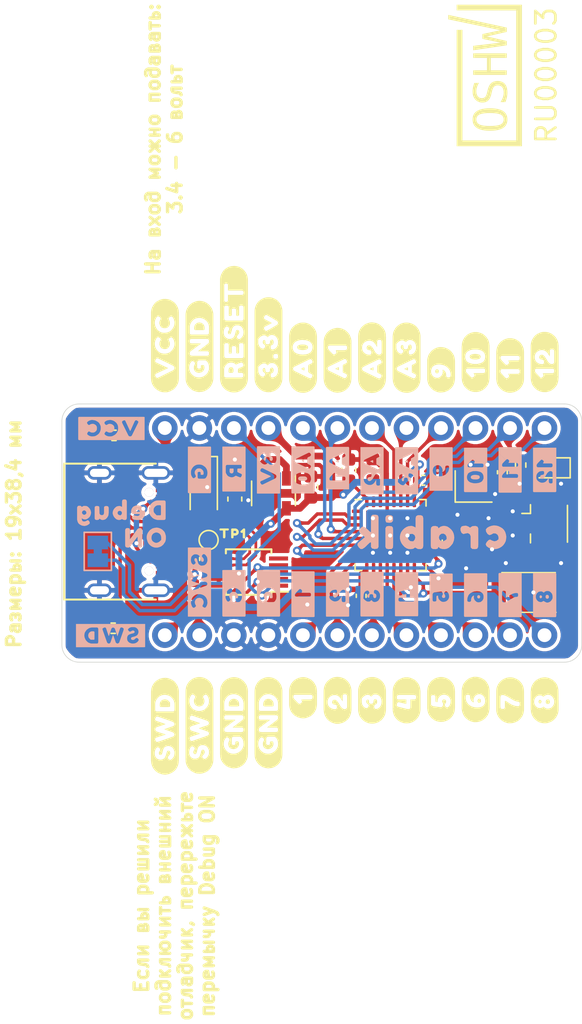
<source format=kicad_pcb>
(kicad_pcb (version 20171130) (host pcbnew 5.1.9-73d0e3b20d~88~ubuntu20.04.1)
  (layers (0 F.Cu signal) (31 B.Cu signal) (34 B.Paste user) (35 F.Paste user) (36 B.SilkS user) (37 F.SilkS user) (38 B.Mask user) (39 F.Mask user) (44 Edge.Cuts user))
  (net 0 "")
  (net 1 GND)
  (net 2 "Net-(ANT1-Pad1)")
  (net 3 "Net-(C1-Pad2)")
  (net 4 "Net-(C2-Pad2)")
  (net 5 "Net-(C3-Pad2)")
  (net 6 3.3v)
  (net 7 "Net-(C7-Pad2)")
  (net 8 VCC)
  (net 9 D8)
  (net 10 D7)
  (net 11 D6)
  (net 12 D5)
  (net 13 D4)
  (net 14 D3)
  (net 15 D2)
  (net 16 D1)
  (net 17 SWDIO)
  (net 18 SWDCLK)
  (net 19 RESET)
  (net 20 A0)
  (net 21 A1)
  (net 22 A2)
  (net 23 A3)
  (net 24 D9)
  (net 25 D10)
  (net 26 D11)
  (net 27 D12)
  (net 28 "Net-(P1-PadB5)")
  (net 29 "Net-(P1-PadA5)")
  (net 30 "Net-(U1-Pad4)")
  (net 31 "Net-(U2-Pad1)")
  (net 32 "Net-(U2-Pad21)")
  (net 33 "Net-(U2-Pad22)")
  (net 34 "Net-(U2-Pad31)")
  (net 35 "Net-(U3-Pad4)")
  (net 36 5v)
  (net 37 D+)
  (net 38 D-)
  (net 39 "Net-(D2-Pad2)")
  (net 40 "Net-(C8-Pad1)")
  (net 41 "Net-(U1-Pad5)")
  (module OSHW-Logo:OSHW_Mono_0.25_Scale (layer F.Cu) (at 161.3366 96.5393 90)
    (fp_text reference OSHW_Mono_0.25_Scale hide)
    (fp_text value RU00003 (at 0 4.5 90) (layer F.SilkS) (effects (font (size 1.475 1.475) (thickness 0.2))))
  )
  (module buzzard_labels (layer B.Cu) (at 136.2668 130.5626 180)
    (fp_text reference "" (at 0 0) (layer B.SilkS) (effects (font (size 1.27 1.27)) (justify mirror)))
    (fp_text value "" (at 0 0) (layer B.SilkS) (effects (font (size 1.27 1.27)) (justify mirror)))
  )
  (module buzzard_labels (layer B.Cu) (at 134.4888 128.5306 180)
    (fp_text reference "" (at 0 0) (layer B.SilkS) (effects (font (size 1.27 1.27)) (justify mirror)))
    (fp_text value "" (at 0 0) (layer B.SilkS) (effects (font (size 1.27 1.27)) (justify mirror)))
  )
  (module buzzard_labels (layer F.Cu) (at 165.7181 142.5133 90)
    (fp_text reference "" (at 0 0 90) (layer F.SilkS) (effects (font (size 1.27 1.27))))
    (fp_text value "" (at 0 0 90) (layer F.SilkS) (effects (font (size 1.27 1.27))))
  )
  (module buzzard_labels (layer F.Cu) (at 163.1781 142.5133 90)
    (fp_text reference "" (at 0 0 90) (layer F.SilkS) (effects (font (size 1.27 1.27))))
    (fp_text value "" (at 0 0 90) (layer F.SilkS) (effects (font (size 1.27 1.27))))
  )
  (module buzzard_labels (layer F.Cu) (at 160.6381 142.4498 90)
    (fp_text reference "" (at 0 0 90) (layer F.SilkS) (effects (font (size 1.27 1.27))))
    (fp_text value "" (at 0 0 90) (layer F.SilkS) (effects (font (size 1.27 1.27))))
  )
  (module buzzard_labels (layer F.Cu) (at 158.0981 142.4498 90)
    (fp_text reference "" (at 0 0 90) (layer F.SilkS) (effects (font (size 1.27 1.27))))
    (fp_text value "" (at 0 0 90) (layer F.SilkS) (effects (font (size 1.27 1.27))))
  )
  (module buzzard_labels (layer F.Cu) (at 155.5581 142.5133 90)
    (fp_text reference "" (at 0 0 90) (layer F.SilkS) (effects (font (size 1.27 1.27))))
    (fp_text value "" (at 0 0 90) (layer F.SilkS) (effects (font (size 1.27 1.27))))
  )
  (module buzzard_labels (layer F.Cu) (at 153.0181 142.5133 90)
    (fp_text reference "" (at 0 0 90) (layer F.SilkS) (effects (font (size 1.27 1.27))))
    (fp_text value "" (at 0 0 90) (layer F.SilkS) (effects (font (size 1.27 1.27))))
  )
  (module buzzard_labels (layer F.Cu) (at 150.4781 142.5133 90)
    (fp_text reference "" (at 0 0 90) (layer F.SilkS) (effects (font (size 1.27 1.27))))
    (fp_text value "" (at 0 0 90) (layer F.SilkS) (effects (font (size 1.27 1.27))))
  )
  (module buzzard_labels (layer F.Cu) (at 147.9381 142.3228 90)
    (fp_text reference "" (at 0 0 90) (layer F.SilkS) (effects (font (size 1.27 1.27))))
    (fp_text value "" (at 0 0 90) (layer F.SilkS) (effects (font (size 1.27 1.27))))
  )
  (module buzzard_labels (layer F.Cu) (at 145.3981 144.1643 90)
    (fp_text reference "" (at 0 0 90) (layer F.SilkS) (effects (font (size 1.27 1.27))))
    (fp_text value "" (at 0 0 90) (layer F.SilkS) (effects (font (size 1.27 1.27))))
  )
  (module buzzard_labels (layer F.Cu) (at 142.8581 144.1643 90)
    (fp_text reference "" (at 0 0 90) (layer F.SilkS) (effects (font (size 1.27 1.27))))
    (fp_text value "" (at 0 0 90) (layer F.SilkS) (effects (font (size 1.27 1.27))))
  )
  (module buzzard_labels (layer F.Cu) (at 137.7781 144.4183 90)
    (fp_text reference "" (at 0 0 90) (layer F.SilkS) (effects (font (size 1.27 1.27))))
    (fp_text value "" (at 0 0 90) (layer F.SilkS) (effects (font (size 1.27 1.27))))
  )
  (module buzzard_labels (layer F.Cu) (at 140.3181 144.3548 90)
    (fp_text reference "" (at 0 0 90) (layer F.SilkS) (effects (font (size 1.27 1.27))))
    (fp_text value "" (at 0 0 90) (layer F.SilkS) (effects (font (size 1.27 1.27))))
  )
  (module buzzard_labels (layer F.Cu) (at 137.7781 116.4148 90)
    (fp_text reference "" (at 0 0 90) (layer F.SilkS) (effects (font (size 1.27 1.27))))
    (fp_text value "" (at 0 0 90) (layer F.SilkS) (effects (font (size 1.27 1.27))))
  )
  (module buzzard_labels (layer F.Cu) (at 165.7181 117.6213 90)
    (fp_text reference "" (at 0 0 90) (layer F.SilkS) (effects (font (size 1.27 1.27))))
    (fp_text value "" (at 0 0 90) (layer F.SilkS) (effects (font (size 1.27 1.27))))
  )
  (module buzzard_labels (layer F.Cu) (at 163.1781 117.8753 90)
    (fp_text reference "" (at 0 0 90) (layer F.SilkS) (effects (font (size 1.27 1.27))))
    (fp_text value "" (at 0 0 90) (layer F.SilkS) (effects (font (size 1.27 1.27))))
  )
  (module buzzard_labels (layer F.Cu) (at 160.6381 117.6213 90)
    (fp_text reference "" (at 0 0 90) (layer F.SilkS) (effects (font (size 1.27 1.27))))
    (fp_text value "" (at 0 0 90) (layer F.SilkS) (effects (font (size 1.27 1.27))))
  )
  (module buzzard_labels (layer F.Cu) (at 158.0981 118.1928 90)
    (fp_text reference "" (at 0 0 90) (layer F.SilkS) (effects (font (size 1.27 1.27))))
    (fp_text value "" (at 0 0 90) (layer F.SilkS) (effects (font (size 1.27 1.27))))
  )
  (module buzzard_labels (layer F.Cu) (at 147.9381 117.3038 90)
    (fp_text reference "" (at 0 0 90) (layer F.SilkS) (effects (font (size 1.27 1.27))))
    (fp_text value "" (at 0 0 90) (layer F.SilkS) (effects (font (size 1.27 1.27))))
  )
  (module buzzard_labels (layer F.Cu) (at 155.5581 117.3038 90)
    (fp_text reference "" (at 0 0 90) (layer F.SilkS) (effects (font (size 1.27 1.27))))
    (fp_text value "" (at 0 0 90) (layer F.SilkS) (effects (font (size 1.27 1.27))))
  )
  (module buzzard_labels (layer F.Cu) (at 153.0181 117.3038 90)
    (fp_text reference "" (at 0 0 90) (layer F.SilkS) (effects (font (size 1.27 1.27))))
    (fp_text value "" (at 0 0 90) (layer F.SilkS) (effects (font (size 1.27 1.27))))
  )
  (module buzzard_labels (layer F.Cu) (at 150.4781 117.4943 90)
    (fp_text reference "" (at 0 0 90) (layer F.SilkS) (effects (font (size 1.27 1.27))))
    (fp_text value "" (at 0 0 90) (layer F.SilkS) (effects (font (size 1.27 1.27))))
  )
  (module buzzard_labels (layer F.Cu) (at 145.3981 116.3513 90)
    (fp_text reference "" (at 0 0 90) (layer F.SilkS) (effects (font (size 1.27 1.27))))
    (fp_text value "" (at 0 0 90) (layer F.SilkS) (effects (font (size 1.27 1.27))))
  )
  (module buzzard_labels (layer F.Cu) (at 142.8581 115.2083 90)
    (fp_text reference "" (at 0 0 90) (layer F.SilkS) (effects (font (size 1.27 1.27))))
    (fp_text value "" (at 0 0 90) (layer F.SilkS) (effects (font (size 1.27 1.27))))
  )
  (module buzzard_labels (layer F.Cu) (at 140.3181 116.4783 90)
    (fp_text reference "" (at 0 0 90) (layer F.SilkS) (effects (font (size 1.27 1.27))))
    (fp_text value "" (at 0 0 90) (layer F.SilkS) (effects (font (size 1.27 1.27))))
  )
  (module buzzard_labels (layer F.Cu) (at 142.7946 130.2324)
    (fp_text reference "" (at 0 0) (layer F.SilkS) (effects (font (size 1.27 1.27))))
    (fp_text value "" (at 0 0) (layer F.SilkS) (effects (font (size 1.27 1.27))))
  )
  (module buzzard_labels (layer B.Cu) (at 133.8411 122.5108 180)
    (fp_text reference "" (at 0 0) (layer B.SilkS) (effects (font (size 1.27 1.27)) (justify mirror)))
    (fp_text value "" (at 0 0) (layer B.SilkS) (effects (font (size 1.27 1.27)) (justify mirror)))
  )
  (module buzzard_labels (layer B.Cu) (at 142.8581 134.6393 270)
    (fp_text reference "" (at 0 0 90) (layer B.SilkS) (effects (font (size 1.27 1.27)) (justify mirror)))
    (fp_text value "" (at 0 0 90) (layer B.SilkS) (effects (font (size 1.27 1.27)) (justify mirror)))
  )
  (module buzzard_labels (layer B.Cu) (at 145.3981 134.6393 270)
    (fp_text reference "" (at 0 0 90) (layer B.SilkS) (effects (font (size 1.27 1.27)) (justify mirror)))
    (fp_text value "" (at 0 0 90) (layer B.SilkS) (effects (font (size 1.27 1.27)) (justify mirror)))
  )
  (module buzzard_labels (layer B.Cu) (at 133.7776 137.7508 180)
    (fp_text reference "" (at 0 0) (layer B.SilkS) (effects (font (size 1.27 1.27)) (justify mirror)))
    (fp_text value "" (at 0 0) (layer B.SilkS) (effects (font (size 1.27 1.27)) (justify mirror)))
  )
  (module buzzard_labels (layer B.Cu) (at 140.3181 133.8138 270)
    (fp_text reference "" (at 0 0 90) (layer B.SilkS) (effects (font (size 1.27 1.27)) (justify mirror)))
    (fp_text value "" (at 0 0 90) (layer B.SilkS) (effects (font (size 1.27 1.27)) (justify mirror)))
  )
  (module buzzard_labels (layer B.Cu) (at 145.3981 125.5588 270)
    (fp_text reference "" (at 0 0 90) (layer B.SilkS) (effects (font (size 1.27 1.27)) (justify mirror)))
    (fp_text value "" (at 0 0 90) (layer B.SilkS) (effects (font (size 1.27 1.27)) (justify mirror)))
  )
  (module buzzard_labels (layer B.Cu) (at 140.3181 125.5588 270)
    (fp_text reference "" (at 0 0 90) (layer B.SilkS) (effects (font (size 1.27 1.27)) (justify mirror)))
    (fp_text value "" (at 0 0 90) (layer B.SilkS) (effects (font (size 1.27 1.27)) (justify mirror)))
  )
  (module buzzard_labels (layer B.Cu) (at 142.8581 125.4953 270)
    (fp_text reference "" (at 0 0 90) (layer B.SilkS) (effects (font (size 1.27 1.27)) (justify mirror)))
    (fp_text value "" (at 0 0 90) (layer B.SilkS) (effects (font (size 1.27 1.27)) (justify mirror)))
  )
  (module buzzard_labels (layer B.Cu) (at 155.5581 125.6223 270)
    (fp_text reference "" (at 0 0 90) (layer B.SilkS) (effects (font (size 1.27 1.27)) (justify mirror)))
    (fp_text value "" (at 0 0 90) (layer B.SilkS) (effects (font (size 1.27 1.27)) (justify mirror)))
  )
  (module buzzard_labels (layer B.Cu) (at 153.0181 125.6223 270)
    (fp_text reference "" (at 0 0 90) (layer B.SilkS) (effects (font (size 1.27 1.27)) (justify mirror)))
    (fp_text value "" (at 0 0 90) (layer B.SilkS) (effects (font (size 1.27 1.27)) (justify mirror)))
  )
  (module buzzard_labels (layer B.Cu) (at 150.4781 125.4318 270)
    (fp_text reference "" (at 0 0 90) (layer B.SilkS) (effects (font (size 1.27 1.27)) (justify mirror)))
    (fp_text value "" (at 0 0 90) (layer B.SilkS) (effects (font (size 1.27 1.27)) (justify mirror)))
  )
  (module buzzard_labels (layer B.Cu) (at 147.9381 125.5588 270)
    (fp_text reference "" (at 0 0 90) (layer B.SilkS) (effects (font (size 1.27 1.27)) (justify mirror)))
    (fp_text value "" (at 0 0 90) (layer B.SilkS) (effects (font (size 1.27 1.27)) (justify mirror)))
  )
  (module buzzard_labels (layer B.Cu) (at 147.9381 134.7028 270)
    (fp_text reference "" (at 0 0 90) (layer B.SilkS) (effects (font (size 1.27 1.27)) (justify mirror)))
    (fp_text value "" (at 0 0 90) (layer B.SilkS) (effects (font (size 1.27 1.27)) (justify mirror)))
  )
  (module buzzard_labels (layer B.Cu) (at 160.6381 125.5588 270)
    (fp_text reference "" (at 0 0 90) (layer B.SilkS) (effects (font (size 1.27 1.27)) (justify mirror)))
    (fp_text value "" (at 0 0 90) (layer B.SilkS) (effects (font (size 1.27 1.27)) (justify mirror)))
  )
  (module buzzard_labels (layer B.Cu) (at 165.7181 125.5588 270)
    (fp_text reference "" (at 0 0 90) (layer B.SilkS) (effects (font (size 1.27 1.27)) (justify mirror)))
    (fp_text value "" (at 0 0 90) (layer B.SilkS) (effects (font (size 1.27 1.27)) (justify mirror)))
  )
  (module buzzard_labels (layer B.Cu) (at 150.4781 134.7028 270)
    (fp_text reference "" (at 0 0 90) (layer B.SilkS) (effects (font (size 1.27 1.27)) (justify mirror)))
    (fp_text value "" (at 0 0 90) (layer B.SilkS) (effects (font (size 1.27 1.27)) (justify mirror)))
  )
  (module buzzard_labels (layer B.Cu) (at 153.0181 134.7028 270)
    (fp_text reference "" (at 0 0 90) (layer B.SilkS) (effects (font (size 1.27 1.27)) (justify mirror)))
    (fp_text value "" (at 0 0 90) (layer B.SilkS) (effects (font (size 1.27 1.27)) (justify mirror)))
  )
  (module buzzard_labels (layer B.Cu) (at 155.5581 134.7028 270)
    (fp_text reference "" (at 0 0 90) (layer B.SilkS) (effects (font (size 1.27 1.27)) (justify mirror)))
    (fp_text value "" (at 0 0 90) (layer B.SilkS) (effects (font (size 1.27 1.27)) (justify mirror)))
  )
  (module buzzard_labels (layer B.Cu) (at 158.0981 134.7663 270)
    (fp_text reference "" (at 0 0 90) (layer B.SilkS) (effects (font (size 1.27 1.27)) (justify mirror)))
    (fp_text value "" (at 0 0 90) (layer B.SilkS) (effects (font (size 1.27 1.27)) (justify mirror)))
  )
  (module buzzard_labels (layer B.Cu) (at 160.6381 134.7663 270)
    (fp_text reference "" (at 0 0 90) (layer B.SilkS) (effects (font (size 1.27 1.27)) (justify mirror)))
    (fp_text value "" (at 0 0 90) (layer B.SilkS) (effects (font (size 1.27 1.27)) (justify mirror)))
  )
  (module buzzard_labels (layer B.Cu) (at 163.1781 134.7663 270)
    (fp_text reference "" (at 0 0 90) (layer B.SilkS) (effects (font (size 1.27 1.27)) (justify mirror)))
    (fp_text value "" (at 0 0 90) (layer B.SilkS) (effects (font (size 1.27 1.27)) (justify mirror)))
  )
  (module buzzard_labels (layer B.Cu) (at 165.7181 134.7663 270)
    (fp_text reference "" (at 0 0 90) (layer B.SilkS) (effects (font (size 1.27 1.27)) (justify mirror)))
    (fp_text value "" (at 0 0 90) (layer B.SilkS) (effects (font (size 1.27 1.27)) (justify mirror)))
  )
  (module buzzard_labels (layer B.Cu) (at 158.0981 125.4953 270)
    (fp_text reference "" (at 0 0 90) (layer B.SilkS) (effects (font (size 1.27 1.27)) (justify mirror)))
    (fp_text value "" (at 0 0 90) (layer B.SilkS) (effects (font (size 1.27 1.27)) (justify mirror)))
  )
  (module buzzard_labels (layer B.Cu) (at 163.1781 125.5588 270)
    (fp_text reference "" (at 0 0 90) (layer B.SilkS) (effects (font (size 1.27 1.27)) (justify mirror)))
    (fp_text value "" (at 0 0 90) (layer B.SilkS) (effects (font (size 1.27 1.27)) (justify mirror)))
  )
  (module Crystal:Crystal_SMD_2016-4Pin_2.0x1.6mm (layer F.Cu) (at 160.4872 126.77936)
    (fp_text reference Y1 hide)
    (fp_text value 32MHz)
    (pad 1 smd rect (at -0.7 0.55) (size 0.9 0.8) (layers F.Cu F.Paste F.Mask) (net 5 "Net-(C3-Pad2)"))
    (pad 2 smd rect (at 0.7 0.55) (size 0.9 0.8) (layers F.Cu F.Paste F.Mask) (net 1 GND))
    (pad 3 smd rect (at 0.7 -0.55) (size 0.9 0.8) (layers F.Cu F.Paste F.Mask) (net 4 "Net-(C2-Pad2)"))
    (pad 4 smd rect (at -0.7 -0.55) (size 0.9 0.8) (layers F.Cu F.Paste F.Mask) (net 1 GND))
  )
  (module TYPE-C16PIN:TYPE-C16PIN (layer F.Cu) (at 137.1092 130.0988 270)
    (fp_text reference P1 hide)
    (fp_text value USB-C)
    (pad B5 smd rect (at 1.75 -0.825 270) (size 0.3 1.65) (layers F.Cu F.Paste F.Mask) (net 28 "Net-(P1-PadB5)"))
    (pad B8 smd rect (at 1.25 -0.825 270) (size 0.3 1.65) (layers F.Cu F.Paste F.Mask))
    (pad A6 smd rect (at 0.75 -0.825 270) (size 0.3 1.65) (layers F.Cu F.Paste F.Mask) (net 37 D+))
    (pad A7 smd rect (at 0.25 -0.825 270) (size 0.3 1.65) (layers F.Cu F.Paste F.Mask) (net 38 D-))
    (pad A6 smd rect (at -0.25 -0.825 270) (size 0.3 1.65) (layers F.Cu F.Paste F.Mask) (net 37 D+))
    (pad A7 smd rect (at -0.75 -0.825 270) (size 0.3 1.65) (layers F.Cu F.Paste F.Mask) (net 38 D-))
    (pad A5 smd rect (at -1.25 -0.825 270) (size 0.3 1.65) (layers F.Cu F.Paste F.Mask) (net 29 "Net-(P1-PadA5)"))
    (pad A8 smd rect (at -1.75 -0.825 270) (size 0.3 1.65) (layers F.Cu F.Paste F.Mask))
    (pad A4 smd rect (at 2.4 -0.825 270) (size 0.6 1.65) (layers F.Cu F.Paste F.Mask) (net 36 5v))
    (pad A4 smd rect (at -2.4 -0.825 270) (size 0.6 1.65) (layers F.Cu F.Paste F.Mask) (net 36 5v))
    (pad A1 smd rect (at 3.2 -0.825 270) (size 0.6 1.65) (layers F.Cu F.Paste F.Mask) (net 1 GND))
    (pad A1 smd rect (at -3.2 -0.825 270) (size 0.6 1.65) (layers F.Cu F.Paste F.Mask) (net 1 GND))
    (pad "" thru_hole circle (at 2.89 0.5 270) (size 0.65 0.65) (drill 0.65) (layers *.Cu *.Mask))
    (pad "" thru_hole circle (at -2.89 0.5 270) (size 0.65 0.65) (drill 0.65) (layers *.Cu *.Mask))
    (pad S1 thru_hole oval (at 4.32 4.15 270) (size 1 1.8) (drill oval 0.6 1.4) (layers *.Cu *.Mask) (net 1 GND))
    (pad S1 thru_hole oval (at -4.32 4.15 270) (size 1 1.8) (drill oval 0.6 1.4) (layers *.Cu *.Mask) (net 1 GND))
    (pad S1 thru_hole oval (at 4.32 0 270) (size 1 2.1) (drill oval 0.6 1.7) (layers *.Cu *.Mask) (net 1 GND))
    (pad S1 thru_hole oval (at -4.32 0 270) (size 1 2.1) (drill oval 0.6 1.7) (layers *.Cu *.Mask) (net 1 GND))
  )
  (module TS-1088R-02526:TS-1088R-02526 (layer F.Cu) (at 164.5624 134.5758)
    (fp_text reference SW1 hide)
    (fp_text value "Reset button" hide)
    (pad 1 smd rect (at -2.225 0) (size 1.05 2) (layers F.Cu F.Paste F.Mask) (net 19 RESET))
    (pad 2 smd rect (at 2.225 0) (size 1.05 2) (layers F.Cu F.Paste F.Mask) (net 1 GND))
  )
  (module Connector_Coaxial:U.FL_Hirose_U.FL-R-SMT-1_Vertical (layer F.Cu) (at 165.5606 129.523)
    (fp_text reference ANT1 hide)
    (fp_text value U.FL-R-SMT-1)
    (pad 2 smd rect (at 0.475 1.475) (size 2.2 1.05) (layers F.Cu F.Paste F.Mask) (net 1 GND))
    (pad 1 smd rect (at -1.05 0) (size 1.05 1) (layers F.Cu F.Paste F.Mask) (net 2 "Net-(ANT1-Pad1)"))
    (pad 2 smd rect (at 0.475 -1.475) (size 2.2 1.05) (layers F.Cu F.Paste F.Mask) (net 1 GND))
  )
  (module Capacitor_SMD:C_0402_1005Metric (layer F.Cu) (at 158.5426 130.8394 270)
    (fp_text reference C1 hide)
    (fp_text value 0.8pF)
    (pad 1 smd roundrect (at -0.48 0 270) (size 0.56 0.62) (layers F.Cu F.Paste F.Mask) (net 1 GND))
    (pad 2 smd roundrect (at 0.48 0 270) (size 0.56 0.62) (layers F.Cu F.Paste F.Mask) (net 3 "Net-(C1-Pad2)"))
  )
  (module Capacitor_SMD:C_0402_1005Metric (layer F.Cu) (at 162.6066 125.73152 270)
    (fp_text reference C2 hide)
    (fp_text value 12pF)
    (pad 1 smd roundrect (at -0.48 0 270) (size 0.56 0.62) (layers F.Cu F.Paste F.Mask) (net 1 GND))
    (pad 2 smd roundrect (at 0.48 0 270) (size 0.56 0.62) (layers F.Cu F.Paste F.Mask) (net 4 "Net-(C2-Pad2)"))
  )
  (module Capacitor_SMD:C_0402_1005Metric (layer F.Cu) (at 158.37496 126.78816 270)
    (fp_text reference C3 hide)
    (fp_text value 12pF)
    (pad 1 smd roundrect (at -0.48 0 270) (size 0.56 0.62) (layers F.Cu F.Paste F.Mask) (net 1 GND))
    (pad 2 smd roundrect (at 0.48 0 270) (size 0.56 0.62) (layers F.Cu F.Paste F.Mask) (net 5 "Net-(C3-Pad2)"))
  )
  (module Capacitor_SMD:C_0402_1005Metric (layer F.Cu) (at 152.218 134.8272 90)
    (fp_text reference C4 hide)
    (fp_text value 100nF)
    (pad 1 smd roundrect (at -0.48 0 90) (size 0.56 0.62) (layers F.Cu F.Paste F.Mask) (net 1 GND))
    (pad 2 smd roundrect (at 0.48 0 90) (size 0.56 0.62) (layers F.Cu F.Paste F.Mask) (net 6 3.3v))
  )
  (module Capacitor_SMD:C_0402_1005Metric (layer F.Cu) (at 156.79 126.3208 180)
    (fp_text reference C5 hide)
    (fp_text value 100nF)
    (pad 1 smd roundrect (at -0.48 0 180) (size 0.56 0.62) (layers F.Cu F.Paste F.Mask) (net 1 GND))
    (pad 2 smd roundrect (at 0.48 0 180) (size 0.56 0.62) (layers F.Cu F.Paste F.Mask) (net 6 3.3v))
  )
  (module Capacitor_SMD:C_0603_1608Metric (layer F.Cu) (at 151.3036 125.5718 270)
    (fp_text reference C6 hide)
    (fp_text value 4.7uF)
    (pad 1 smd roundrect (at -0.775 0 270) (size 0.9 0.95) (layers F.Cu F.Paste F.Mask) (net 1 GND))
    (pad 2 smd roundrect (at 0.775 0 270) (size 0.9 0.95) (layers F.Cu F.Paste F.Mask) (net 6 3.3v))
  )
  (module Capacitor_SMD:C_0603_1608Metric (layer F.Cu) (at 153.0816 125.5458 270)
    (fp_text reference C7 hide)
    (fp_text value 1uF)
    (pad 1 smd roundrect (at -0.775 0 270) (size 0.9 0.95) (layers F.Cu F.Paste F.Mask) (net 1 GND))
    (pad 2 smd roundrect (at 0.775 0 270) (size 0.9 0.95) (layers F.Cu F.Paste F.Mask) (net 7 "Net-(C7-Pad2)"))
  )
  (module Capacitor_SMD:C_0402_1005Metric (layer F.Cu) (at 139.9752 132.112 90)
    (fp_text reference C9 hide)
    (fp_text value 100nF)
    (pad 1 smd roundrect (at -0.48 0 90) (size 0.56 0.62) (layers F.Cu F.Paste F.Mask) (net 40 "Net-(C8-Pad1)"))
    (pad 2 smd roundrect (at 0.48 0 90) (size 0.56 0.62) (layers F.Cu F.Paste F.Mask) (net 1 GND))
  )
  (module Capacitor_SMD:C_0603_1608Metric (layer F.Cu) (at 142.9216 127.7054 90)
    (fp_text reference C10 hide)
    (fp_text value 1uF)
    (pad 1 smd roundrect (at -0.775 0 90) (size 0.9 0.95) (layers F.Cu F.Paste F.Mask) (net 1 GND))
    (pad 2 smd roundrect (at 0.775 0 90) (size 0.9 0.95) (layers F.Cu F.Paste F.Mask) (net 8 VCC))
  )
  (module Capacitor_SMD:C_0603_1608Metric (layer F.Cu) (at 148.5096 126.8158 270)
    (fp_text reference C11 hide)
    (fp_text value 1uF)
    (pad 1 smd roundrect (at -0.775 0 270) (size 0.9 0.95) (layers F.Cu F.Paste F.Mask) (net 1 GND))
    (pad 2 smd roundrect (at 0.775 0 270) (size 0.9 0.95) (layers F.Cu F.Paste F.Mask) (net 6 3.3v))
  )
  (module Diode_SMD:D_SOD-123 (layer F.Cu) (at 140.6356 126.8288 270)
    (fp_text reference D1 hide)
    (fp_text value MBR0520)
    (pad 1 smd rect (at -1.65 0 270) (size 0.9 1.2) (layers F.Cu F.Paste F.Mask) (net 8 VCC))
    (pad 2 smd rect (at 1.65 0 270) (size 0.9 1.2) (layers F.Cu F.Paste F.Mask) (net 36 5v))
  )
  (module SparkFun-Connectors:1X12_NO_SILK (layer F.Cu) (at 137.7696 137.7188)
    (fp_text reference J1 hide)
    (fp_text value Left hide)
    (pad 1 thru_hole circle (at 0 0) (size 1.8796 1.8796) (drill 1.016) (layers *.Cu *.Mask) (net 17 SWDIO))
    (pad 2 thru_hole circle (at 2.54 0) (size 1.8796 1.8796) (drill 1.016) (layers *.Cu *.Mask) (net 18 SWDCLK))
    (pad 3 thru_hole circle (at 5.08 0) (size 1.8796 1.8796) (drill 1.016) (layers *.Cu *.Mask) (net 1 GND))
    (pad 4 thru_hole circle (at 7.62 0) (size 1.8796 1.8796) (drill 1.016) (layers *.Cu *.Mask) (net 1 GND))
    (pad 5 thru_hole circle (at 10.16 0) (size 1.8796 1.8796) (drill 1.016) (layers *.Cu *.Mask) (net 16 D1))
    (pad 6 thru_hole circle (at 12.7 0) (size 1.8796 1.8796) (drill 1.016) (layers *.Cu *.Mask) (net 15 D2))
    (pad 7 thru_hole circle (at 15.24 0) (size 1.8796 1.8796) (drill 1.016) (layers *.Cu *.Mask) (net 14 D3))
    (pad 8 thru_hole circle (at 17.78 0) (size 1.8796 1.8796) (drill 1.016) (layers *.Cu *.Mask) (net 13 D4))
    (pad 9 thru_hole circle (at 20.32 0) (size 1.8796 1.8796) (drill 1.016) (layers *.Cu *.Mask) (net 12 D5))
    (pad 10 thru_hole circle (at 22.86 0) (size 1.8796 1.8796) (drill 1.016) (layers *.Cu *.Mask) (net 11 D6))
    (pad 11 thru_hole circle (at 25.4 0) (size 1.8796 1.8796) (drill 1.016) (layers *.Cu *.Mask) (net 10 D7))
    (pad 12 thru_hole circle (at 27.94 0) (size 1.8796 1.8796) (drill 1.016) (layers *.Cu *.Mask) (net 9 D8))
  )
  (module SparkFun-Connectors:1X12_NO_SILK (layer F.Cu) (at 137.7696 122.4788)
    (fp_text reference J2 hide)
    (fp_text value Right hide)
    (pad 1 thru_hole circle (at 0 0) (size 1.8796 1.8796) (drill 1.016) (layers *.Cu *.Mask) (net 8 VCC))
    (pad 2 thru_hole circle (at 2.54 0) (size 1.8796 1.8796) (drill 1.016) (layers *.Cu *.Mask) (net 1 GND))
    (pad 3 thru_hole circle (at 5.08 0) (size 1.8796 1.8796) (drill 1.016) (layers *.Cu *.Mask) (net 19 RESET))
    (pad 4 thru_hole circle (at 7.62 0) (size 1.8796 1.8796) (drill 1.016) (layers *.Cu *.Mask) (net 6 3.3v))
    (pad 5 thru_hole circle (at 10.16 0) (size 1.8796 1.8796) (drill 1.016) (layers *.Cu *.Mask) (net 20 A0))
    (pad 6 thru_hole circle (at 12.7 0) (size 1.8796 1.8796) (drill 1.016) (layers *.Cu *.Mask) (net 21 A1))
    (pad 7 thru_hole circle (at 15.24 0) (size 1.8796 1.8796) (drill 1.016) (layers *.Cu *.Mask) (net 22 A2))
    (pad 8 thru_hole circle (at 17.78 0) (size 1.8796 1.8796) (drill 1.016) (layers *.Cu *.Mask) (net 23 A3))
    (pad 9 thru_hole circle (at 20.32 0) (size 1.8796 1.8796) (drill 1.016) (layers *.Cu *.Mask) (net 24 D9))
    (pad 10 thru_hole circle (at 22.86 0) (size 1.8796 1.8796) (drill 1.016) (layers *.Cu *.Mask) (net 25 D10))
    (pad 11 thru_hole circle (at 25.4 0) (size 1.8796 1.8796) (drill 1.016) (layers *.Cu *.Mask) (net 26 D11))
    (pad 12 thru_hole circle (at 27.94 0) (size 1.8796 1.8796) (drill 1.016) (layers *.Cu *.Mask) (net 27 D12))
  )
  (module Inductor_SMD:L_0402_1005Metric (layer F.Cu) (at 160.1452 131.3246 180)
    (fp_text reference L1 hide)
    (fp_text value 3.9nH)
    (pad 1 smd roundrect (at -0.485 0 180) (size 0.59 0.64) (layers F.Cu F.Paste F.Mask) (net 2 "Net-(ANT1-Pad1)"))
    (pad 2 smd roundrect (at 0.485 0 180) (size 0.59 0.64) (layers F.Cu F.Paste F.Mask) (net 3 "Net-(C1-Pad2)"))
  )
  (module Resistor_SMD:R_0402_1005Metric (layer F.Cu) (at 134.0316 123.0188)
    (fp_text reference R1 hide)
    (fp_text value 5.1K)
    (pad 1 smd roundrect (at -0.51 0) (size 0.54 0.64) (layers F.Cu F.Paste F.Mask) (net 1 GND))
    (pad 2 smd roundrect (at 0.51 0) (size 0.54 0.64) (layers F.Cu F.Paste F.Mask) (net 29 "Net-(P1-PadA5)"))
  )
  (module Resistor_SMD:R_0402_1005Metric (layer F.Cu) (at 133.9696 137.2088)
    (fp_text reference R2 hide)
    (fp_text value 5.1K)
    (pad 1 smd roundrect (at -0.51 0) (size 0.54 0.64) (layers F.Cu F.Paste F.Mask) (net 1 GND))
    (pad 2 smd roundrect (at 0.51 0) (size 0.54 0.64) (layers F.Cu F.Paste F.Mask) (net 28 "Net-(P1-PadB5)"))
  )
  (module Package_TO_SOT_SMD:SOT-23-5 (layer F.Cu) (at 145.7664 127.286 270)
    (fp_text reference U3 hide)
    (fp_text value AP2112K-3.3)
    (pad 1 smd rect (at -1.1 -0.95 270) (size 1.06 0.65) (layers F.Cu F.Paste F.Mask) (net 8 VCC))
    (pad 2 smd rect (at -1.1 0 270) (size 1.06 0.65) (layers F.Cu F.Paste F.Mask) (net 1 GND))
    (pad 3 smd rect (at -1.1 0.95 270) (size 1.06 0.65) (layers F.Cu F.Paste F.Mask) (net 8 VCC))
    (pad 4 smd rect (at 1.1 0.95 270) (size 1.06 0.65) (layers F.Cu F.Paste F.Mask) (net 35 "Net-(U3-Pad4)"))
    (pad 5 smd rect (at 1.1 -0.95 270) (size 1.06 0.65) (layers F.Cu F.Paste F.Mask) (net 6 3.3v))
  )
  (module Package_SO:MSOP-10_3x3mm_P0.5mm (layer F.Cu) (at 143.9376 133.0772 180)
    (fp_text reference U1 hide)
    (fp_text value "CH552E (or CH554E)")
    (pad 1 smd rect (at -2.2 -1 180) (size 1.4 0.3) (layers F.Cu F.Paste F.Mask) (net 19 RESET))
    (pad 2 smd rect (at -2.2 -0.5 180) (size 1.4 0.3) (layers F.Cu F.Paste F.Mask) (net 18 SWDCLK))
    (pad 3 smd rect (at -2.2 0 180) (size 1.4 0.3) (layers F.Cu F.Paste F.Mask) (net 17 SWDIO))
    (pad 4 smd rect (at -2.2 0.5 180) (size 1.4 0.3) (layers F.Cu F.Paste F.Mask) (net 30 "Net-(U1-Pad4)"))
    (pad 5 smd rect (at -2.2 1 180) (size 1.4 0.3) (layers F.Cu F.Paste F.Mask) (net 41 "Net-(U1-Pad5)"))
    (pad 6 smd rect (at 2.2 1 180) (size 1.4 0.3) (layers F.Cu F.Paste F.Mask) (net 37 D+))
    (pad 7 smd rect (at 2.2 0.5 180) (size 1.4 0.3) (layers F.Cu F.Paste F.Mask) (net 38 D-))
    (pad 8 smd rect (at 2.2 0 180) (size 1.4 0.3) (layers F.Cu F.Paste F.Mask) (net 1 GND))
    (pad 9 smd rect (at 2.2 -0.5 180) (size 1.4 0.3) (layers F.Cu F.Paste F.Mask) (net 40 "Net-(C8-Pad1)"))
    (pad 10 smd rect (at 2.2 -1 180) (size 1.4 0.3) (layers F.Cu F.Paste F.Mask) (net 40 "Net-(C8-Pad1)"))
  )
  (module buzzard_labels (layer B.Cu) (at 157.2726 130.207 180)
    (fp_text reference "" (at 0 0) (layer B.SilkS) (effects (font (size 1.27 1.27)) (justify mirror)))
    (fp_text value "" (at 0 0) (layer B.SilkS) (effects (font (size 1.27 1.27)) (justify mirror)))
  )
  (module Jumper:SolderJumper-2_P1.3mm_Bridged_Pad1.0x1.5mm (layer B.Cu) (at 132.8378 131.5532 90)
    (fp_text reference JP2 hide)
    (fp_text value "CMSIS-DAP Programmer ON" hide)
    (fp_poly (pts (xy -0.25 0.3) (xy 0.25 0.3) (xy 0.25 -0.3) (xy -0.25 -0.3)) (layer B.Cu) (width 0))
    (pad 1 smd rect (at -0.65 0 90) (size 1 1.5) (layers B.Cu B.Mask) (net 6 3.3v))
    (pad 2 smd rect (at 0.65 0 90) (size 1 1.5) (layers B.Cu B.Mask) (net 40 "Net-(C8-Pad1)"))
  )
  (module TestPoint:TestPoint_Pad_D1.0mm (layer F.Cu) (at 140.9912 130.715)
    (fp_text reference TP2 hide)
    (fp_text value BOOT)
    (pad 1 smd circle (at 0 0) (size 1 1) (layers F.Cu F.Mask) (net 37 D+))
  )
  (module LED_SMD:LED_0603_1608Metric (layer F.Cu) (at 166.1119 125.4064 180)
    (fp_text reference D2 hide)
    (fp_text value LED)
    (pad 1 smd roundrect (at -0.7875 0 180) (size 0.875 0.95) (layers F.Cu F.Paste F.Mask) (net 1 GND))
    (pad 2 smd roundrect (at 0.7875 0 180) (size 0.875 0.95) (layers F.Cu F.Paste F.Mask) (net 39 "Net-(D2-Pad2)"))
  )
  (module Resistor_SMD:R_0402_1005Metric (layer F.Cu) (at 163.9528 125.2032 90)
    (fp_text reference R3 hide)
    (fp_text value 1.5K)
    (pad 1 smd roundrect (at -0.51 0 90) (size 0.54 0.64) (layers F.Cu F.Paste F.Mask) (net 39 "Net-(D2-Pad2)"))
    (pad 2 smd roundrect (at 0.51 0 90) (size 0.54 0.64) (layers F.Cu F.Paste F.Mask) (net 26 D11))
  )
  (module Package_DFN_QFN:QFN-32-1EP_5x5mm_P0.5mm_EP3.6x3.6mm (layer F.Cu) (at 154.3812 130.3528)
    (fp_text reference U2 hide)
    (fp_text value nRF52810-QCxx)
    (pad 1 smd roundrect (at -2.45 -1.75) (size 0.8 0.25) (layers F.Cu F.Paste F.Mask) (net 31 "Net-(U2-Pad1)"))
    (pad 2 smd roundrect (at -2.45 -1.25) (size 0.8 0.25) (layers F.Cu F.Paste F.Mask) (net 25 D10))
    (pad 3 smd roundrect (at -2.45 -0.75) (size 0.8 0.25) (layers F.Cu F.Paste F.Mask) (net 26 D11))
    (pad 4 smd roundrect (at -2.45 -0.25) (size 0.8 0.25) (layers F.Cu F.Paste F.Mask) (net 21 A1))
    (pad 5 smd roundrect (at -2.45 0.25) (size 0.8 0.25) (layers F.Cu F.Paste F.Mask) (net 20 A0))
    (pad 6 smd roundrect (at -2.45 0.75) (size 0.8 0.25) (layers F.Cu F.Paste F.Mask) (net 27 D12))
    (pad 7 smd roundrect (at -2.45 1.25) (size 0.8 0.25) (layers F.Cu F.Paste F.Mask) (net 16 D1))
    (pad 8 smd roundrect (at -2.45 1.75) (size 0.8 0.25) (layers F.Cu F.Paste F.Mask) (net 15 D2))
    (pad 9 smd roundrect (at -1.75 2.45) (size 0.25 0.8) (layers F.Cu F.Paste F.Mask) (net 6 3.3v))
    (pad 10 smd roundrect (at -1.25 2.45) (size 0.25 0.8) (layers F.Cu F.Paste F.Mask) (net 14 D3))
    (pad 11 smd roundrect (at -0.75 2.45) (size 0.25 0.8) (layers F.Cu F.Paste F.Mask) (net 13 D4))
    (pad 12 smd roundrect (at -0.25 2.45) (size 0.25 0.8) (layers F.Cu F.Paste F.Mask) (net 12 D5))
    (pad 13 smd roundrect (at 0.25 2.45) (size 0.25 0.8) (layers F.Cu F.Paste F.Mask) (net 11 D6))
    (pad 14 smd roundrect (at 0.75 2.45) (size 0.25 0.8) (layers F.Cu F.Paste F.Mask) (net 10 D7))
    (pad 15 smd roundrect (at 1.25 2.45) (size 0.25 0.8) (layers F.Cu F.Paste F.Mask) (net 9 D8))
    (pad 16 smd roundrect (at 1.75 2.45) (size 0.25 0.8) (layers F.Cu F.Paste F.Mask) (net 19 RESET))
    (pad 17 smd roundrect (at 2.45 1.75) (size 0.8 0.25) (layers F.Cu F.Paste F.Mask) (net 18 SWDCLK))
    (pad 18 smd roundrect (at 2.45 1.25) (size 0.8 0.25) (layers F.Cu F.Paste F.Mask) (net 17 SWDIO))
    (pad 19 smd roundrect (at 2.45 0.75) (size 0.8 0.25) (layers F.Cu F.Paste F.Mask) (net 3 "Net-(C1-Pad2)"))
    (pad 20 smd roundrect (at 2.45 0.25) (size 0.8 0.25) (layers F.Cu F.Paste F.Mask) (net 1 GND))
    (pad 21 smd roundrect (at 2.45 -0.25) (size 0.8 0.25) (layers F.Cu F.Paste F.Mask) (net 32 "Net-(U2-Pad21)"))
    (pad 22 smd roundrect (at 2.45 -0.75) (size 0.8 0.25) (layers F.Cu F.Paste F.Mask) (net 33 "Net-(U2-Pad22)"))
    (pad 23 smd roundrect (at 2.45 -1.25) (size 0.8 0.25) (layers F.Cu F.Paste F.Mask) (net 4 "Net-(C2-Pad2)"))
    (pad 24 smd roundrect (at 2.45 -1.75) (size 0.8 0.25) (layers F.Cu F.Paste F.Mask) (net 5 "Net-(C3-Pad2)"))
    (pad 25 smd roundrect (at 1.75 -2.45) (size 0.25 0.8) (layers F.Cu F.Paste F.Mask) (net 6 3.3v))
    (pad 26 smd roundrect (at 1.25 -2.45) (size 0.25 0.8) (layers F.Cu F.Paste F.Mask) (net 24 D9))
    (pad 27 smd roundrect (at 0.75 -2.45) (size 0.25 0.8) (layers F.Cu F.Paste F.Mask) (net 23 A3))
    (pad 28 smd roundrect (at 0.25 -2.45) (size 0.25 0.8) (layers F.Cu F.Paste F.Mask) (net 22 A2))
    (pad 29 smd roundrect (at -0.25 -2.45) (size 0.25 0.8) (layers F.Cu F.Paste F.Mask) (net 1 GND))
    (pad 30 smd roundrect (at -0.75 -2.45) (size 0.25 0.8) (layers F.Cu F.Paste F.Mask) (net 7 "Net-(C7-Pad2)"))
    (pad 31 smd roundrect (at -1.25 -2.45) (size 0.25 0.8) (layers F.Cu F.Paste F.Mask) (net 34 "Net-(U2-Pad31)"))
    (pad 32 smd roundrect (at -1.75 -2.45) (size 0.25 0.8) (layers F.Cu F.Paste F.Mask) (net 6 3.3v))
    (pad 33 smd rect (at 0 0) (size 3.6 3.6) (layers F.Cu F.Mask) (net 1 GND))
  )
  (module Capacitor_SMD:C_0402_1005Metric (layer F.Cu) (at 139.9752 134.3726 270)
    (fp_text reference C8 hide)
    (fp_text value 100nF)
    (pad 1 smd roundrect (at -0.48 0 270) (size 0.56 0.62) (layers F.Cu F.Paste F.Mask) (net 40 "Net-(C8-Pad1)"))
    (pad 2 smd roundrect (at 0.48 0 270) (size 0.56 0.62) (layers F.Cu F.Paste F.Mask) (net 1 GND))
  )
  (gr_text "На вход можно подавать:\n3.4 - 6 вольт" (at 137.7146 101.2383 90) (layer F.SilkS) (effects (font (size 1 1) (thickness 0.25))))
  (gr_text "Если вы решили\nподключить внешний\nотладчик, перережьте\nперемычку Debug ON" (at 138.4766 157.6263 90) (layer F.SilkS) (effects (font (size 1 1) (thickness 0.25))))
  (gr_text "Размеры: 19x38,4 мм" (at 126.6656 130.2578 90) (layer F.SilkS) (effects (font (size 1 1) (thickness 0.25))))
  (gr_arc (start 131.4662 121.9774) (end 131.4662 120.7074) (angle -90) (layer Edge.Cuts) (width 0.05))
  (gr_arc (start 131.4662 138.4366) (end 130.1962 138.4366) (angle -90) (layer Edge.Cuts) (width 0.05))
  (gr_arc (start 167.1786 138.4366) (end 167.1786 139.7066) (angle -90) (layer Edge.Cuts) (width 0.05))
  (gr_arc (start 167.1786 121.9774) (end 168.4486 121.9774) (angle -90) (layer Edge.Cuts) (width 0.05))
  (gr_line (start 131.4662 120.7074) (end 167.1786 120.7074) (layer Edge.Cuts) (width 0.05))
  (gr_line (start 130.1962 138.4366) (end 130.1962 121.9774) (layer Edge.Cuts) (width 0.05))
  (gr_line (start 167.1786 139.7066) (end 131.4662 139.7066) (layer Edge.Cuts) (width 0.05))
  (gr_line (start 168.4486 121.9774) (end 168.4486 138.4366) (layer Edge.Cuts) (width 0.05))
  (via (at 154.3516 129.1148) (size 0.6) (drill 0.3) (layers F.Cu B.Cu) (net 1))
  (via (at 155.6216 129.1148) (size 0.6) (drill 0.3) (layers F.Cu B.Cu) (net 1))
  (via (at 155.6216 130.3848) (size 0.6) (drill 0.3) (layers F.Cu B.Cu) (net 1))
  (via (at 154.3516 130.3848) (size 0.6) (drill 0.3) (layers F.Cu B.Cu) (net 1))
  (via (at 153.0816 130.3848) (size 0.6) (drill 0.3) (layers F.Cu B.Cu) (net 1))
  (via (at 155.6216 131.6548) (size 0.6) (drill 0.3) (layers F.Cu B.Cu) (net 1))
  (via (at 154.3516 131.6548) (size 0.6) (drill 0.3) (layers F.Cu B.Cu) (net 1))
  (via (at 153.0816 131.6548) (size 0.6) (drill 0.3) (layers F.Cu B.Cu) (net 1))
  (via (at 166.9246 126.5748) (size 0.6) (drill 0.3) (layers F.Cu B.Cu) (net 1))
  (via (at 161.5144 125.1778) (size 0.6) (drill 0.3) (layers F.Cu B.Cu) (net 1))
  (via (at 160.2698 125.1778) (size 0.6) (drill 0.3) (layers F.Cu B.Cu) (net 1))
  (segment (start 154.6312 130.6028) (end 154.3812 130.3528) (width 0.25) (layer F.Cu) (net 1))
  (segment (start 156.8312 130.6028) (end 154.6312 130.6028) (width 0.25) (layer F.Cu) (net 1))
  (segment (start 154.1312 130.1028) (end 154.3812 130.3528) (width 0.25) (layer F.Cu) (net 1))
  (segment (start 154.1312 127.9028) (end 154.1312 130.1028) (width 0.25) (layer F.Cu) (net 1))
  (segment (start 154.1312 125.8204) (end 153.0816 124.7708) (width 0.25) (layer F.Cu) (net 1))
  (segment (start 154.1312 127.9028) (end 154.1312 125.8204) (width 0.25) (layer F.Cu) (net 1))
  (segment (start 141.7376 133.0772) (end 140.788 133.0772) (width 0.25) (layer F.Cu) (net 1))
  (via (at 151.2528 135.5156) (size 0.6) (drill 0.3) (layers F.Cu B.Cu) (net 1))
  (via (at 162.8606 132.4168) (size 0.6) (drill 0.3) (layers F.Cu B.Cu) (net 1))
  (via (at 142.9216 124.7968) (size 0.6) (drill 0.3) (layers F.Cu B.Cu) (net 1))
  (via (at 148.2556 135.4648) (size 0.6) (drill 0.3) (layers F.Cu B.Cu) (net 1))
  (via (at 140.8896 126.8288) (size 0.6) (drill 0.3) (layers F.Cu B.Cu) (net 1))
  (via (at 159.9396 132.7978) (size 0.6) (drill 0.3) (layers F.Cu B.Cu) (net 1))
  (via (at 164.8926 134.5758) (size 0.6) (drill 0.3) (layers F.Cu B.Cu) (net 1))
  (via (at 162.0732 127.3368) (size 0.6) (drill 0.3) (layers F.Cu B.Cu) (net 1))
  (segment (start 162.0732 127.3368) (end 161.19464 127.3368) (width 0.5) (layer F.Cu) (net 1))
  (segment (start 161.19464 127.3368) (end 161.1872 127.32936) (width 0.5) (layer F.Cu) (net 1))
  (segment (start 158.5426 130.3594) (end 157.933 130.3594) (width 0.25) (layer F.Cu) (net 1))
  (segment (start 157.6896 130.6028) (end 156.8312 130.6028) (width 0.25) (layer F.Cu) (net 1))
  (segment (start 157.933 130.3594) (end 157.6896 130.6028) (width 0.25) (layer F.Cu) (net 1))
  (via (at 163.3686 128.6068) (size 0.6) (drill 0.3) (layers F.Cu B.Cu) (net 1))
  (via (at 163.3686 130.3848) (size 0.6) (drill 0.3) (layers F.Cu B.Cu) (net 1))
  (via (at 161.5906 129.1148) (size 0.6) (drill 0.3) (layers F.Cu B.Cu) (net 1))
  (via (at 161.8446 131.4008) (size 0.6) (drill 0.3) (layers F.Cu B.Cu) (net 1))
  (via (at 159.3046 128.8608) (size 0.6) (drill 0.3) (layers F.Cu B.Cu) (net 1))
  (via (at 163.8766 126.5748) (size 0.6) (drill 0.3) (layers F.Cu B.Cu) (net 1))
  (via (at 166.9246 132.4168) (size 0.6) (drill 0.3) (layers F.Cu B.Cu) (net 1))
  (via (at 153.0816 129.1148) (size 0.6) (drill 0.3) (layers F.Cu B.Cu) (net 1))
  (via (at 143.9122 127.794) (size 0.6) (drill 0.3) (layers F.Cu B.Cu) (net 1))
  (segment (start 161.724693 130.230106) (end 160.6302 131.3246) (width 0.5) (layer F.Cu) (net 2))
  (segment (start 163.4318 129.523) (end 164.5106 129.523) (width 0.5) (layer F.Cu) (net 2))
  (segment (start 163.31334 129.525907) (end 163.4318 129.523) (width 0.5) (layer F.Cu) (net 2))
  (segment (start 163.195165 129.534624) (end 163.31334 129.525907) (width 0.5) (layer F.Cu) (net 2))
  (segment (start 163.077561 129.549129) (end 163.195165 129.534624) (width 0.5) (layer F.Cu) (net 2))
  (segment (start 162.96081 129.569387) (end 163.077561 129.549129) (width 0.5) (layer F.Cu) (net 2))
  (segment (start 162.845193 129.59535) (end 162.96081 129.569387) (width 0.5) (layer F.Cu) (net 2))
  (segment (start 162.73099 129.626954) (end 162.845193 129.59535) (width 0.5) (layer F.Cu) (net 2))
  (segment (start 162.618475 129.664124) (end 162.73099 129.626954) (width 0.5) (layer F.Cu) (net 2))
  (segment (start 162.50792 129.70677) (end 162.618475 129.664124) (width 0.5) (layer F.Cu) (net 2))
  (segment (start 162.39959 129.754789) (end 162.50792 129.70677) (width 0.5) (layer F.Cu) (net 2))
  (segment (start 162.293747 129.808066) (end 162.39959 129.754789) (width 0.5) (layer F.Cu) (net 2))
  (segment (start 162.190645 129.866472) (end 162.293747 129.808066) (width 0.5) (layer F.Cu) (net 2))
  (segment (start 162.090534 129.929867) (end 162.190645 129.866472) (width 0.5) (layer F.Cu) (net 2))
  (segment (start 161.993654 129.998098) (end 162.090534 129.929867) (width 0.5) (layer F.Cu) (net 2))
  (segment (start 161.900238 130.071) (end 161.993654 129.998098) (width 0.5) (layer F.Cu) (net 2))
  (segment (start 161.810512 130.148398) (end 161.900238 130.071) (width 0.5) (layer F.Cu) (net 2))
  (segment (start 161.724693 130.230106) (end 161.810512 130.148398) (width 0.5) (layer F.Cu) (net 2))
  (segment (start 158.5426 131.3194) (end 157.94559 131.3194) (width 0.25) (layer F.Cu) (net 3))
  (segment (start 157.72899 131.1028) (end 156.8312 131.1028) (width 0.25) (layer F.Cu) (net 3))
  (segment (start 157.94559 131.3194) (end 157.72899 131.1028) (width 0.25) (layer F.Cu) (net 3))
  (segment (start 158.5478 131.3246) (end 158.5426 131.3194) (width 0.4) (layer F.Cu) (net 3))
  (segment (start 159.6602 131.3246) (end 158.5478 131.3246) (width 0.4) (layer F.Cu) (net 3))
  (segment (start 162.698201 126.303121) (end 162.6066 126.21152) (width 0.25) (layer F.Cu) (net 4))
  (segment (start 162.236202 128.0988) (end 162.698201 127.636801) (width 0.25) (layer F.Cu) (net 4))
  (segment (start 162.698201 127.636801) (end 162.698201 126.303121) (width 0.25) (layer F.Cu) (net 4))
  (segment (start 160.1174 128.0988) (end 162.236202 128.0988) (width 0.25) (layer F.Cu) (net 4))
  (segment (start 160.115841 128.097241) (end 160.1174 128.0988) (width 0.25) (layer F.Cu) (net 4))
  (segment (start 158.824969 128.097241) (end 160.115841 128.097241) (width 0.25) (layer F.Cu) (net 4))
  (segment (start 157.81941 129.1028) (end 158.824969 128.097241) (width 0.25) (layer F.Cu) (net 4))
  (segment (start 156.8312 129.1028) (end 157.81941 129.1028) (width 0.25) (layer F.Cu) (net 4))
  (segment (start 161.20504 126.21152) (end 161.1872 126.22936) (width 0.25) (layer F.Cu) (net 4))
  (segment (start 162.6066 126.21152) (end 161.20504 126.21152) (width 0.25) (layer F.Cu) (net 4))
  (segment (start 156.8312 128.6028) (end 157.683 128.6028) (width 0.25) (layer F.Cu) (net 5))
  (segment (start 158.37496 127.91084) (end 158.37496 127.26816) (width 0.25) (layer F.Cu) (net 5))
  (segment (start 157.683 128.6028) (end 158.37496 127.91084) (width 0.25) (layer F.Cu) (net 5))
  (segment (start 159.726 127.26816) (end 159.7872 127.32936) (width 0.25) (layer F.Cu) (net 5))
  (segment (start 158.37496 127.26816) (end 159.726 127.26816) (width 0.25) (layer F.Cu) (net 5))
  (via (at 151.2528 134.3472) (size 0.6) (drill 0.3) (layers F.Cu B.Cu) (net 6))
  (segment (start 143.7852 135.668) (end 143.2264 135.1092) (width 0.5) (layer B.Cu) (net 6))
  (segment (start 146.0712 135.668) (end 143.7852 135.668) (width 0.5) (layer B.Cu) (net 6))
  (segment (start 147.392 134.3472) (end 146.0712 135.668) (width 0.5) (layer B.Cu) (net 6))
  (segment (start 151.2528 134.3472) (end 147.392 134.3472) (width 0.5) (layer B.Cu) (net 6))
  (segment (start 151.2528 134.3472) (end 152.218 134.3472) (width 0.4) (layer F.Cu) (net 6))
  (via (at 145.5632 129.5212) (size 0.6) (drill 0.3) (layers F.Cu B.Cu) (net 6))
  (segment (start 145.5632 129.5212) (end 145.5812 129.5212) (width 0.5) (layer F.Cu) (net 6))
  (segment (start 145.5812 129.5212) (end 146.7164 128.386) (width 0.5) (layer F.Cu) (net 6))
  (segment (start 143.2264 131.7564) (end 145.4616 129.5212) (width 0.5) (layer B.Cu) (net 6))
  (segment (start 145.4616 129.5212) (end 145.5632 129.5212) (width 0.5) (layer B.Cu) (net 6))
  (segment (start 143.2264 133.9408) (end 143.2264 133.1788) (width 0.5) (layer B.Cu) (net 6))
  (via (at 150.8972 127.3876) (size 0.6) (drill 0.3) (layers F.Cu B.Cu) (net 6))
  (segment (start 151.8116 126.4732) (end 155.2152 126.4732) (width 0.5) (layer B.Cu) (net 6))
  (segment (start 155.2152 126.4732) (end 156.536 125.1524) (width 0.5) (layer B.Cu) (net 6))
  (segment (start 150.8972 127.3876) (end 151.8116 126.4732) (width 0.5) (layer B.Cu) (net 6))
  (segment (start 156.31 125.3784) (end 156.536 125.1524) (width 0.4) (layer F.Cu) (net 6))
  (segment (start 156.31 126.3208) (end 156.31 125.3784) (width 0.4) (layer F.Cu) (net 6))
  (via (at 156.536 125.1524) (size 0.6) (drill 0.3) (layers F.Cu B.Cu) (net 6))
  (segment (start 150.2628 127.3876) (end 150.0596 127.5908) (width 0.5) (layer F.Cu) (net 6))
  (segment (start 150.8972 127.3876) (end 150.2628 127.3876) (width 0.5) (layer F.Cu) (net 6))
  (segment (start 152.6312 127.6744) (end 151.3036 126.3468) (width 0.25) (layer F.Cu) (net 6))
  (segment (start 152.6312 127.9028) (end 152.6312 127.6744) (width 0.25) (layer F.Cu) (net 6))
  (segment (start 147.7144 128.386) (end 148.5096 127.5908) (width 0.5) (layer F.Cu) (net 6))
  (segment (start 146.7164 128.386) (end 147.7144 128.386) (width 0.5) (layer F.Cu) (net 6))
  (segment (start 150.0596 127.5908) (end 151.3036 126.3468) (width 0.5) (layer F.Cu) (net 6))
  (segment (start 148.5096 127.5908) (end 150.0596 127.5908) (width 0.5) (layer F.Cu) (net 6))
  (segment (start 156.1312 127.9028) (end 156.1312 127.3352) (width 0.25) (layer F.Cu) (net 6))
  (segment (start 156.1312 127.3352) (end 156.3328 127.1336) (width 0.25) (layer F.Cu) (net 6))
  (segment (start 156.31 127.1108) (end 156.3328 127.1336) (width 0.25) (layer F.Cu) (net 6))
  (segment (start 156.31 126.3208) (end 156.31 127.1108) (width 0.4) (layer F.Cu) (net 6))
  (segment (start 152.6312 132.8028) (end 152.218 133.216) (width 0.25) (layer F.Cu) (net 6))
  (segment (start 152.218 134.3472) (end 152.218 133.216) (width 0.4) (layer F.Cu) (net 6))
  (segment (start 143.2264 135.1092) (end 143.2264 133.9408) (width 0.5) (layer B.Cu) (net 6))
  (segment (start 143.2264 133.1788) (end 143.2264 131.7564) (width 0.5) (layer B.Cu) (net 6))
  (via (at 143.2264 133.1788) (size 0.6) (drill 0.3) (layers F.Cu B.Cu) (net 6))
  (segment (start 145.3896 122.4788) (end 147.4536 124.5428) (width 0.5) (layer F.Cu) (net 6))
  (segment (start 149.424 124.5428) (end 150.0596 125.1784) (width 0.5) (layer F.Cu) (net 6))
  (segment (start 150.0596 125.1784) (end 150.0596 127.5908) (width 0.5) (layer F.Cu) (net 6))
  (segment (start 147.4536 124.5428) (end 149.424 124.5428) (width 0.5) (layer F.Cu) (net 6))
  (segment (start 138.485201 135.914809) (end 135.927999 135.91481) (width 0.25) (layer B.Cu) (net 6))
  (segment (start 140.494609 133.905401) (end 138.485201 135.914809) (width 0.25) (layer B.Cu) (net 6))
  (segment (start 143.191001 133.905401) (end 140.494609 133.905401) (width 0.25) (layer B.Cu) (net 6))
  (segment (start 143.2264 133.9408) (end 143.191001 133.905401) (width 0.25) (layer B.Cu) (net 6))
  (segment (start 135.927999 135.91481) (end 134.72459 134.711401) (width 0.25) (layer B.Cu) (net 6))
  (segment (start 132.8378 132.2032) (end 134.1736 132.2032) (width 0.25) (layer B.Cu) (net 6))
  (segment (start 134.72459 132.75419) (end 134.72459 134.711401) (width 0.25) (layer B.Cu) (net 6))
  (segment (start 134.1736 132.2032) (end 134.72459 132.75419) (width 0.25) (layer B.Cu) (net 6))
  (segment (start 153.6312 126.8704) (end 153.0816 126.3208) (width 0.25) (layer F.Cu) (net 7))
  (segment (start 153.6312 127.9028) (end 153.6312 126.8704) (width 0.25) (layer F.Cu) (net 7))
  (segment (start 137.7696 122.4788) (end 137.7696 123.6072) (width 0.5) (layer F.Cu) (net 8))
  (segment (start 137.7696 123.6072) (end 139.3412 125.1788) (width 0.5) (layer F.Cu) (net 8))
  (segment (start 139.3412 125.1788) (end 140.6356 125.1788) (width 0.5) (layer F.Cu) (net 8))
  (segment (start 141.17 125.1788) (end 142.9216 126.9304) (width 0.5) (layer F.Cu) (net 8))
  (segment (start 140.6356 125.1788) (end 141.17 125.1788) (width 0.5) (layer F.Cu) (net 8))
  (segment (start 144.072 126.9304) (end 144.8164 126.186) (width 0.5) (layer F.Cu) (net 8))
  (segment (start 142.9216 126.9304) (end 144.072 126.9304) (width 0.5) (layer F.Cu) (net 8))
  (segment (start 146.7164 126.186) (end 146.7164 125.2896) (width 0.5) (layer F.Cu) (net 8))
  (segment (start 144.8164 125.2388) (end 145.2584 124.7968) (width 0.5) (layer F.Cu) (net 8))
  (segment (start 145.2584 124.7968) (end 146.2236 124.7968) (width 0.5) (layer F.Cu) (net 8))
  (segment (start 144.8164 126.186) (end 144.8164 125.2388) (width 0.5) (layer F.Cu) (net 8))
  (segment (start 146.7164 125.2896) (end 146.2236 124.7968) (width 0.5) (layer F.Cu) (net 8))
  (via (at 155.8756 134.1948) (size 0.6) (drill 0.3) (layers F.Cu B.Cu) (net 9))
  (segment (start 155.6312 133.9504) (end 155.8756 134.1948) (width 0.25) (layer F.Cu) (net 9))
  (segment (start 155.6312 132.8028) (end 155.6312 133.9504) (width 0.25) (layer F.Cu) (net 9))
  (segment (start 162.1856 134.1948) (end 165.7096 137.7188) (width 0.25) (layer B.Cu) (net 9))
  (segment (start 157.642998 134.1948) (end 162.1856 134.1948) (width 0.25) (layer B.Cu) (net 9))
  (segment (start 157.342999 133.894801) (end 157.642998 134.1948) (width 0.25) (layer B.Cu) (net 9))
  (segment (start 156.175599 133.894801) (end 157.342999 133.894801) (width 0.25) (layer B.Cu) (net 9))
  (segment (start 155.8756 134.1948) (end 156.175599 133.894801) (width 0.25) (layer B.Cu) (net 9))
  (segment (start 155.1312 132.8028) (end 155.1312 135.046175) (width 0.25) (layer F.Cu) (net 10))
  (segment (start 160.860375 135.409575) (end 163.1696 137.7188) (width 0.25) (layer F.Cu) (net 10))
  (segment (start 155.4946 135.409575) (end 160.860375 135.409575) (width 0.25) (layer F.Cu) (net 10))
  (segment (start 155.1312 135.046175) (end 155.4946 135.409575) (width 0.25) (layer F.Cu) (net 10))
  (segment (start 154.6312 132.8028) (end 154.6312 135.48899) (width 0.25) (layer F.Cu) (net 11))
  (segment (start 158.770385 135.859585) (end 160.6296 137.7188) (width 0.25) (layer F.Cu) (net 11))
  (segment (start 155.001795 135.859585) (end 158.770385 135.859585) (width 0.25) (layer F.Cu) (net 11))
  (segment (start 154.6312 135.48899) (end 155.001795 135.859585) (width 0.25) (layer F.Cu) (net 11))
  (segment (start 158.0896 137.7188) (end 156.680395 136.309595) (width 0.25) (layer F.Cu) (net 12))
  (segment (start 156.680395 136.309595) (end 154.815395 136.309595) (width 0.25) (layer F.Cu) (net 12))
  (segment (start 154.1312 135.6254) (end 154.1312 132.8028) (width 0.25) (layer F.Cu) (net 12))
  (segment (start 154.815395 136.309595) (end 154.1312 135.6254) (width 0.25) (layer F.Cu) (net 12))
  (segment (start 153.6312 135.8004) (end 155.5496 137.7188) (width 0.25) (layer F.Cu) (net 13))
  (segment (start 153.6312 132.8028) (end 153.6312 135.8004) (width 0.25) (layer F.Cu) (net 13))
  (segment (start 153.1312 137.5972) (end 153.0096 137.7188) (width 0.25) (layer F.Cu) (net 14))
  (segment (start 153.1312 132.8028) (end 153.1312 137.5972) (width 0.25) (layer F.Cu) (net 14))
  (segment (start 150.4696 133.5644) (end 150.4696 137.7188) (width 0.25) (layer F.Cu) (net 15))
  (segment (start 151.9312 132.1028) (end 150.4696 133.5644) (width 0.25) (layer F.Cu) (net 15))
  (segment (start 151.483178 131.6028) (end 150.01959 133.066388) (width 0.25) (layer F.Cu) (net 16))
  (segment (start 151.9312 131.6028) (end 151.483178 131.6028) (width 0.25) (layer F.Cu) (net 16))
  (segment (start 150.01959 135.62881) (end 147.9296 137.7188) (width 0.25) (layer F.Cu) (net 16))
  (segment (start 150.01959 133.066388) (end 150.01959 135.62881) (width 0.25) (layer F.Cu) (net 16))
  (via (at 144.598 132.7216) (size 0.6) (drill 0.3) (layers F.Cu B.Cu) (net 17))
  (via (at 157.9076 132.4676) (size 0.6) (drill 0.3) (layers F.Cu B.Cu) (net 17))
  (segment (start 144.9536 133.0772) (end 146.1376 133.0772) (width 0.25) (layer F.Cu) (net 17))
  (segment (start 144.598 132.7216) (end 144.9536 133.0772) (width 0.25) (layer F.Cu) (net 17))
  (segment (start 157.9076 132.4676) (end 157.59561 132.77959) (width 0.25) (layer B.Cu) (net 17))
  (segment (start 144.65599 132.77959) (end 144.598 132.7216) (width 0.25) (layer B.Cu) (net 17))
  (segment (start 157.59561 132.77959) (end 144.65599 132.77959) (width 0.25) (layer B.Cu) (net 17))
  (segment (start 157.9076 132.231178) (end 157.9076 132.4676) (width 0.25) (layer F.Cu) (net 17))
  (segment (start 157.279222 131.6028) (end 157.9076 132.231178) (width 0.25) (layer F.Cu) (net 17))
  (segment (start 156.8312 131.6028) (end 157.279222 131.6028) (width 0.25) (layer F.Cu) (net 17))
  (segment (start 141.88739 135.43221) (end 140.10939 135.43221) (width 0.25) (layer F.Cu) (net 17))
  (segment (start 144.598 132.7216) (end 141.88739 135.43221) (width 0.25) (layer F.Cu) (net 17))
  (segment (start 137.8228 137.7188) (end 137.7696 137.7188) (width 0.25) (layer F.Cu) (net 17))
  (segment (start 140.10939 135.43221) (end 137.8228 137.7188) (width 0.25) (layer F.Cu) (net 17))
  (via (at 144.598 133.7884) (size 0.6) (drill 0.3) (layers F.Cu B.Cu) (net 18))
  (segment (start 157.6028 133.2296) (end 145.1568 133.2296) (width 0.25) (layer B.Cu) (net 18))
  (segment (start 145.1568 133.2296) (end 144.598 133.7884) (width 0.25) (layer B.Cu) (net 18))
  (segment (start 157.9076 133.5344) (end 157.6028 133.2296) (width 0.25) (layer B.Cu) (net 18))
  (segment (start 144.598 133.7884) (end 144.8092 133.5772) (width 0.25) (layer F.Cu) (net 18))
  (segment (start 144.8092 133.5772) (end 146.1376 133.5772) (width 0.25) (layer F.Cu) (net 18))
  (via (at 157.9076 133.5344) (size 0.6) (drill 0.3) (layers F.Cu B.Cu) (net 18))
  (segment (start 156.8312 132.458) (end 157.9076 133.5344) (width 0.25) (layer F.Cu) (net 18))
  (segment (start 156.8312 132.1028) (end 156.8312 132.458) (width 0.25) (layer F.Cu) (net 18))
  (segment (start 142.50418 135.88222) (end 144.598 133.7884) (width 0.25) (layer F.Cu) (net 18))
  (segment (start 140.817103 135.88222) (end 142.50418 135.88222) (width 0.25) (layer F.Cu) (net 18))
  (segment (start 140.3096 136.389723) (end 140.817103 135.88222) (width 0.25) (layer F.Cu) (net 18))
  (segment (start 140.3096 137.7188) (end 140.3096 136.389723) (width 0.25) (layer F.Cu) (net 18))
  (via (at 156.79 134.652) (size 0.6) (drill 0.3) (layers F.Cu B.Cu) (net 19))
  (via (at 144.9028 134.8044) (size 0.6) (drill 0.3) (layers F.Cu B.Cu) (net 19))
  (segment (start 157.9042 134.5758) (end 162.3374 134.5758) (width 0.25) (layer F.Cu) (net 19))
  (segment (start 145.63 134.0772) (end 144.9028 134.8044) (width 0.25) (layer F.Cu) (net 19))
  (segment (start 146.1376 134.0772) (end 145.63 134.0772) (width 0.25) (layer F.Cu) (net 19))
  (segment (start 156.8662 134.5758) (end 156.79 134.652) (width 0.25) (layer F.Cu) (net 19))
  (segment (start 157.9042 134.5758) (end 156.8662 134.5758) (width 0.25) (layer F.Cu) (net 19))
  (segment (start 156.622199 134.819801) (end 156.79 134.652) (width 0.25) (layer B.Cu) (net 19))
  (segment (start 155.575599 134.819801) (end 156.622199 134.819801) (width 0.25) (layer B.Cu) (net 19))
  (segment (start 154.477997 133.722199) (end 155.575599 134.819801) (width 0.25) (layer B.Cu) (net 19))
  (segment (start 145.985001 133.722199) (end 154.477997 133.722199) (width 0.25) (layer B.Cu) (net 19))
  (segment (start 144.9028 134.8044) (end 145.985001 133.722199) (width 0.25) (layer B.Cu) (net 19))
  (segment (start 144.688998 134.8044) (end 144.9028 134.8044) (width 0.25) (layer B.Cu) (net 19))
  (segment (start 146.188201 129.962999) (end 143.972999 132.178201) (width 0.25) (layer B.Cu) (net 19))
  (segment (start 143.972999 134.088401) (end 144.688998 134.8044) (width 0.25) (layer B.Cu) (net 19))
  (segment (start 143.972999 132.178201) (end 143.972999 134.088401) (width 0.25) (layer B.Cu) (net 19))
  (segment (start 146.188201 125.817401) (end 146.188201 129.962999) (width 0.25) (layer B.Cu) (net 19))
  (segment (start 142.8496 122.4788) (end 146.188201 125.817401) (width 0.25) (layer B.Cu) (net 19))
  (segment (start 156.1312 132.847) (end 156.1296 132.8486) (width 0.25) (layer F.Cu) (net 19))
  (segment (start 156.1312 132.8028) (end 156.1312 132.847) (width 0.25) (layer F.Cu) (net 19))
  (segment (start 156.1296 132.8486) (end 156.1296 133.382) (width 0.25) (layer F.Cu) (net 19))
  (segment (start 156.79 134.0424) (end 156.79 134.652) (width 0.25) (layer F.Cu) (net 19))
  (segment (start 156.1296 133.382) (end 156.79 134.0424) (width 0.25) (layer F.Cu) (net 19))
  (via (at 149.0684 130.2832) (size 0.6) (drill 0.3) (layers F.Cu B.Cu) (net 20))
  (segment (start 149.388 130.6028) (end 149.0684 130.2832) (width 0.25) (layer F.Cu) (net 20))
  (segment (start 151.9312 130.6028) (end 149.388 130.6028) (width 0.25) (layer F.Cu) (net 20))
  (segment (start 149.0684 130.2832) (end 149.0684 129.68079) (width 0.25) (layer B.Cu) (net 20))
  (segment (start 149.0684 129.68079) (end 149.53279 129.2164) (width 0.25) (layer B.Cu) (net 20))
  (segment (start 149.53279 124.08199) (end 147.9296 122.4788) (width 0.25) (layer B.Cu) (net 20))
  (segment (start 149.53279 129.2164) (end 149.53279 124.08199) (width 0.25) (layer B.Cu) (net 20))
  (via (at 149.9828 129.9276) (size 0.6) (drill 0.3) (layers F.Cu B.Cu) (net 21))
  (segment (start 150.158 130.1028) (end 149.9828 129.9276) (width 0.25) (layer F.Cu) (net 21))
  (segment (start 151.9312 130.1028) (end 150.158 130.1028) (width 0.25) (layer F.Cu) (net 21))
  (segment (start 149.9828 122.9656) (end 150.4696 122.4788) (width 0.25) (layer B.Cu) (net 21))
  (segment (start 149.9828 129.9276) (end 149.9828 122.9656) (width 0.25) (layer B.Cu) (net 21))
  (segment (start 154.6312 124.1004) (end 153.0096 122.4788) (width 0.25) (layer F.Cu) (net 22))
  (segment (start 154.6312 127.9028) (end 154.6312 124.1004) (width 0.25) (layer F.Cu) (net 22))
  (segment (start 155.1312 122.8972) (end 155.5496 122.4788) (width 0.25) (layer F.Cu) (net 23))
  (segment (start 155.1312 127.9028) (end 155.1312 122.8972) (width 0.25) (layer F.Cu) (net 23))
  (segment (start 155.6312 124.9372) (end 158.0896 122.4788) (width 0.25) (layer F.Cu) (net 24))
  (segment (start 155.6312 127.9028) (end 155.6312 124.9372) (width 0.25) (layer F.Cu) (net 24))
  (via (at 147.4936 129.4704) (size 0.6) (drill 0.3) (layers F.Cu B.Cu) (net 25))
  (segment (start 149.9656 131.00878) (end 151.317981 129.656399) (width 0.25) (layer B.Cu) (net 25))
  (segment (start 151.317982 128.081598) (end 152.2008 127.19878) (width 0.25) (layer B.Cu) (net 25))
  (segment (start 151.317981 129.656399) (end 151.317982 128.081598) (width 0.25) (layer B.Cu) (net 25))
  (segment (start 152.2008 127.19878) (end 155.706 127.19878) (width 0.25) (layer B.Cu) (net 25))
  (segment (start 160.42598 122.4788) (end 160.6296 122.4788) (width 0.25) (layer B.Cu) (net 25))
  (segment (start 148.868978 131.00878) (end 149.9656 131.00878) (width 0.25) (layer B.Cu) (net 25))
  (segment (start 148.443399 130.583201) (end 148.868978 131.00878) (width 0.25) (layer B.Cu) (net 25))
  (segment (start 148.443399 130.420199) (end 148.443399 130.583201) (width 0.25) (layer B.Cu) (net 25))
  (segment (start 147.4936 129.4704) (end 148.443399 130.420199) (width 0.25) (layer B.Cu) (net 25))
  (segment (start 151.9312 129.1028) (end 151.329012 129.1028) (width 0.25) (layer F.Cu) (net 25))
  (segment (start 151.329012 129.1028) (end 151.028001 128.801789) (width 0.25) (layer F.Cu) (net 25))
  (segment (start 151.028001 128.801789) (end 148.988398 128.80179) (width 0.25) (layer F.Cu) (net 25))
  (segment (start 148.319788 129.4704) (end 147.4936 129.4704) (width 0.25) (layer F.Cu) (net 25))
  (segment (start 148.988398 128.80179) (end 148.319788 129.4704) (width 0.25) (layer F.Cu) (net 25))
  (segment (start 157.161001 125.743779) (end 157.161001 124.882999) (width 0.25) (layer B.Cu) (net 25))
  (segment (start 155.706 127.19878) (end 157.161001 125.743779) (width 0.25) (layer B.Cu) (net 25))
  (segment (start 157.161001 124.882999) (end 157.933 124.111) (width 0.25) (layer B.Cu) (net 25))
  (segment (start 158.9974 124.111) (end 160.6296 122.4788) (width 0.25) (layer B.Cu) (net 25))
  (segment (start 157.933 124.111) (end 158.9974 124.111) (width 0.25) (layer B.Cu) (net 25))
  (via (at 147.4936 130.4864) (size 0.6) (drill 0.3) (layers F.Cu B.Cu) (net 26))
  (segment (start 151.767991 128.267999) (end 152.3872 127.64879) (width 0.25) (layer B.Cu) (net 26))
  (segment (start 151.76799 129.8428) (end 151.767991 128.267999) (width 0.25) (layer B.Cu) (net 26))
  (segment (start 150.152 131.45879) (end 151.76799 129.8428) (width 0.25) (layer B.Cu) (net 26))
  (segment (start 152.3872 127.64879) (end 155.8924 127.64879) (width 0.25) (layer B.Cu) (net 26))
  (segment (start 147.710188 130.4864) (end 147.4936 130.4864) (width 0.25) (layer B.Cu) (net 26))
  (segment (start 148.682577 131.458789) (end 147.710188 130.4864) (width 0.25) (layer B.Cu) (net 26))
  (segment (start 150.152 131.45879) (end 148.682577 131.458789) (width 0.25) (layer B.Cu) (net 26))
  (segment (start 151.192602 129.6028) (end 150.841601 129.251799) (width 0.25) (layer F.Cu) (net 26))
  (segment (start 151.9312 129.6028) (end 151.192602 129.6028) (width 0.25) (layer F.Cu) (net 26))
  (segment (start 147.940198 130.4864) (end 147.4936 130.4864) (width 0.25) (layer F.Cu) (net 26))
  (segment (start 149.174799 129.251799) (end 147.940198 130.4864) (width 0.25) (layer F.Cu) (net 26))
  (segment (start 150.841601 129.251799) (end 149.174799 129.251799) (width 0.25) (layer F.Cu) (net 26))
  (segment (start 155.8924 127.64879) (end 157.611011 125.930179) (width 0.25) (layer B.Cu) (net 26))
  (segment (start 157.611011 125.118789) (end 158.16879 124.56101) (width 0.25) (layer B.Cu) (net 26))
  (segment (start 157.611011 125.930179) (end 157.611011 125.118789) (width 0.25) (layer B.Cu) (net 26))
  (segment (start 158.16879 124.56101) (end 159.21019 124.56101) (width 0.25) (layer B.Cu) (net 26))
  (segment (start 159.21019 124.56101) (end 159.711 124.0602) (width 0.25) (layer B.Cu) (net 26))
  (segment (start 161.5882 124.0602) (end 163.1696 122.4788) (width 0.25) (layer B.Cu) (net 26))
  (segment (start 159.711 124.0602) (end 161.5882 124.0602) (width 0.25) (layer B.Cu) (net 26))
  (segment (start 163.1696 123.91) (end 163.9528 124.6932) (width 0.25) (layer F.Cu) (net 26))
  (segment (start 163.1696 122.4788) (end 163.1696 123.91) (width 0.25) (layer F.Cu) (net 26))
  (via (at 147.4936 131.5024) (size 0.6) (drill 0.3) (layers F.Cu B.Cu) (net 27))
  (segment (start 152.218 128.4544) (end 152.218 130.0292) (width 0.25) (layer B.Cu) (net 27))
  (segment (start 147.899999 131.908799) (end 147.4936 131.5024) (width 0.25) (layer B.Cu) (net 27))
  (segment (start 152.5736 128.0988) (end 152.218 128.4544) (width 0.25) (layer B.Cu) (net 27))
  (segment (start 152.218 130.0292) (end 150.338399 131.908799) (width 0.25) (layer B.Cu) (net 27))
  (segment (start 156.0788 128.0988) (end 152.5736 128.0988) (width 0.25) (layer B.Cu) (net 27))
  (segment (start 150.338399 131.908799) (end 147.899999 131.908799) (width 0.25) (layer B.Cu) (net 27))
  (segment (start 147.8932 131.1028) (end 147.4936 131.5024) (width 0.25) (layer F.Cu) (net 27))
  (segment (start 151.9312 131.1028) (end 147.8932 131.1028) (width 0.25) (layer F.Cu) (net 27))
  (segment (start 158.061021 125.329179) (end 158.37918 125.01102) (width 0.25) (layer B.Cu) (net 27))
  (segment (start 158.061021 126.116579) (end 158.061021 125.329179) (width 0.25) (layer B.Cu) (net 27))
  (segment (start 156.0788 128.0988) (end 158.061021 126.116579) (width 0.25) (layer B.Cu) (net 27))
  (segment (start 159.8974 124.51021) (end 161.774601 124.510209) (width 0.25) (layer B.Cu) (net 27))
  (segment (start 159.396591 125.011019) (end 159.8974 124.51021) (width 0.25) (layer B.Cu) (net 27))
  (segment (start 158.37918 125.01102) (end 159.396591 125.011019) (width 0.25) (layer B.Cu) (net 27))
  (segment (start 161.774601 124.510209) (end 162.22461 124.0602) (width 0.25) (layer B.Cu) (net 27))
  (segment (start 164.1282 124.0602) (end 165.7096 122.4788) (width 0.25) (layer B.Cu) (net 27))
  (segment (start 162.22461 124.0602) (end 164.1282 124.0602) (width 0.25) (layer B.Cu) (net 27))
  (segment (start 135.382599 130.331299) (end 134.4796 131.234298) (width 0.25) (layer F.Cu) (net 28))
  (segment (start 135.982601 130.331299) (end 135.382599 130.331299) (width 0.25) (layer F.Cu) (net 28))
  (segment (start 136.307601 130.656299) (end 135.982601 130.331299) (width 0.25) (layer F.Cu) (net 28))
  (segment (start 134.4796 131.234298) (end 134.4796 137.2088) (width 0.25) (layer F.Cu) (net 28))
  (segment (start 136.307601 131.282203) (end 136.307601 130.656299) (width 0.25) (layer F.Cu) (net 28))
  (segment (start 136.874198 131.8488) (end 136.307601 131.282203) (width 0.25) (layer F.Cu) (net 28))
  (segment (start 137.9342 131.8488) (end 136.874198 131.8488) (width 0.25) (layer F.Cu) (net 28))
  (segment (start 136.874198 128.8488) (end 137.9342 128.8488) (width 0.25) (layer F.Cu) (net 29))
  (segment (start 136.364197 129.358801) (end 136.874198 128.8488) (width 0.25) (layer F.Cu) (net 29))
  (segment (start 135.573099 129.358801) (end 136.364197 129.358801) (width 0.25) (layer F.Cu) (net 29))
  (segment (start 134.5416 128.327302) (end 135.573099 129.358801) (width 0.25) (layer F.Cu) (net 29))
  (segment (start 134.5416 123.0188) (end 134.5416 128.327302) (width 0.25) (layer F.Cu) (net 29))
  (via (at 136.1906 128.4163) (size 0.6) (drill 0.3) (layers F.Cu B.Cu) (net 36))
  (via (at 135.6826 130.9563) (size 0.6) (drill 0.3) (layers F.Cu B.Cu) (net 36))
  (segment (start 135.6826 130.9563) (end 135.6826 128.9243) (width 0.4) (layer B.Cu) (net 36))
  (segment (start 137.9342 132.4988) (end 137.4791 132.4988) (width 0.25) (layer F.Cu) (net 36))
  (segment (start 137.4791 132.4988) (end 137.304101 132.323801) (width 0.25) (layer F.Cu) (net 36))
  (segment (start 137.304101 132.323801) (end 136.697791 132.323801) (width 0.25) (layer F.Cu) (net 36))
  (segment (start 136.697791 132.323801) (end 135.6826 131.30861) (width 0.25) (layer F.Cu) (net 36))
  (segment (start 135.6826 131.30861) (end 135.6826 130.9563) (width 0.25) (layer F.Cu) (net 36))
  (segment (start 139.8556 127.6988) (end 137.9342 127.6988) (width 0.5) (layer F.Cu) (net 36))
  (segment (start 140.6356 128.4788) (end 139.8556 127.6988) (width 0.5) (layer F.Cu) (net 36))
  (segment (start 135.6826 128.9243) (end 136.1906 128.4163) (width 0.4) (layer B.Cu) (net 36))
  (segment (start 136.733101 127.873799) (end 136.1906 128.4163) (width 0.25) (layer F.Cu) (net 36))
  (segment (start 137.241101 127.873799) (end 136.733101 127.873799) (width 0.25) (layer F.Cu) (net 36))
  (segment (start 137.4161 127.6988) (end 137.241101 127.873799) (width 0.25) (layer F.Cu) (net 36))
  (segment (start 137.9342 127.6988) (end 137.4161 127.6988) (width 0.25) (layer F.Cu) (net 36))
  (segment (start 136.919198 130.8488) (end 137.9342 130.8488) (width 0.2) (layer F.Cu) (net 37))
  (segment (start 136.809199 129.948801) (end 136.809199 130.738801) (width 0.2) (layer F.Cu) (net 37))
  (segment (start 136.809199 130.738801) (end 136.919198 130.8488) (width 0.2) (layer F.Cu) (net 37))
  (segment (start 136.9092 129.8488) (end 136.809199 129.948801) (width 0.2) (layer F.Cu) (net 37))
  (segment (start 137.9342 129.8488) (end 136.9092 129.8488) (width 0.2) (layer F.Cu) (net 37))
  (segment (start 142.155864 132.0772) (end 141.7376 132.0772) (width 0.2) (layer F.Cu) (net 37))
  (segment (start 142.251165 130.86889) (end 142.308046 130.833149) (width 0.2) (layer F.Cu) (net 37))
  (segment (start 142.654243 129.906121) (end 142.721 129.8986) (width 0.2) (layer F.Cu) (net 37))
  (segment (start 143.5784 132.1022) (end 142.812601 132.1022) (width 0.2) (layer F.Cu) (net 37))
  (segment (start 142.054243 130.891078) (end 142.121 130.8986) (width 0.2) (layer F.Cu) (net 37))
  (segment (start 141.850709 130.728765) (end 141.88645 130.785646) (width 0.2) (layer F.Cu) (net 37))
  (segment (start 141.933953 130.833149) (end 141.990834 130.86889) (width 0.2) (layer F.Cu) (net 37))
  (segment (start 141.88645 130.785646) (end 141.933953 130.833149) (width 0.2) (layer F.Cu) (net 37))
  (segment (start 141.587756 129.906121) (end 141.651165 129.928309) (width 0.2) (layer F.Cu) (net 37))
  (segment (start 142.187756 130.891078) (end 142.251165 130.86889) (width 0.2) (layer F.Cu) (net 37))
  (segment (start 142.355549 130.785646) (end 142.39129 130.728765) (width 0.2) (layer F.Cu) (net 37))
  (segment (start 141.821 130.5986) (end 141.828521 130.665356) (width 0.2) (layer F.Cu) (net 37))
  (segment (start 137.9342 130.8488) (end 138.6092 130.8488) (width 0.2) (layer F.Cu) (net 37))
  (segment (start 138.6092 130.8488) (end 138.6342 130.8238) (width 0.2) (layer F.Cu) (net 37))
  (segment (start 140.2716 129.8986) (end 141.521 129.8986) (width 0.2) (layer F.Cu) (net 37))
  (segment (start 142.39129 130.728765) (end 142.413478 130.665356) (width 0.2) (layer F.Cu) (net 37))
  (segment (start 141.651165 129.928309) (end 141.708046 129.96405) (width 0.2) (layer F.Cu) (net 37))
  (segment (start 141.990834 130.86889) (end 142.054243 130.891078) (width 0.2) (layer F.Cu) (net 37))
  (segment (start 142.812601 132.1022) (end 142.787601 132.0772) (width 0.2) (layer F.Cu) (net 37))
  (segment (start 141.755549 130.011553) (end 141.79129 130.068434) (width 0.2) (layer F.Cu) (net 37))
  (segment (start 141.521 129.8986) (end 141.587756 129.906121) (width 0.2) (layer F.Cu) (net 37))
  (segment (start 142.721 129.8986) (end 143.3872 129.8986) (width 0.2) (layer F.Cu) (net 37))
  (segment (start 144.0174 131.6632) (end 143.5784 132.1022) (width 0.2) (layer F.Cu) (net 37))
  (segment (start 142.121 130.8986) (end 142.187756 130.891078) (width 0.2) (layer F.Cu) (net 37))
  (segment (start 138.6342 130.8238) (end 139.3464 130.8238) (width 0.2) (layer F.Cu) (net 37))
  (segment (start 142.308046 130.833149) (end 142.355549 130.785646) (width 0.2) (layer F.Cu) (net 37))
  (segment (start 141.828521 130.665356) (end 141.850709 130.728765) (width 0.2) (layer F.Cu) (net 37))
  (segment (start 139.3464 130.8238) (end 140.2716 129.8986) (width 0.2) (layer F.Cu) (net 37))
  (segment (start 142.421 130.5986) (end 142.421 130.1986) (width 0.2) (layer F.Cu) (net 37))
  (segment (start 142.413478 130.665356) (end 142.421 130.5986) (width 0.2) (layer F.Cu) (net 37))
  (segment (start 141.708046 129.96405) (end 141.755549 130.011553) (width 0.2) (layer F.Cu) (net 37))
  (segment (start 141.79129 130.068434) (end 141.813478 130.131843) (width 0.2) (layer F.Cu) (net 37))
  (segment (start 142.421 130.1986) (end 142.428521 130.131843) (width 0.2) (layer F.Cu) (net 37))
  (segment (start 141.813478 130.131843) (end 141.821 130.1986) (width 0.2) (layer F.Cu) (net 37))
  (segment (start 141.821 130.1986) (end 141.821 130.5986) (width 0.2) (layer F.Cu) (net 37))
  (segment (start 142.450709 130.068434) (end 142.48645 130.011553) (width 0.2) (layer F.Cu) (net 37))
  (segment (start 142.428521 130.131843) (end 142.450709 130.068434) (width 0.2) (layer F.Cu) (net 37))
  (segment (start 142.48645 130.011553) (end 142.533953 129.96405) (width 0.2) (layer F.Cu) (net 37))
  (segment (start 142.533953 129.96405) (end 142.590834 129.928309) (width 0.2) (layer F.Cu) (net 37))
  (segment (start 142.590834 129.928309) (end 142.654243 129.906121) (width 0.2) (layer F.Cu) (net 37))
  (segment (start 143.3872 129.8986) (end 144.0174 130.5288) (width 0.2) (layer F.Cu) (net 37))
  (segment (start 144.0174 130.5288) (end 144.0174 131.6632) (width 0.2) (layer F.Cu) (net 37))
  (segment (start 142.787601 132.0772) (end 142.155864 132.0772) (width 0.2) (layer F.Cu) (net 37))
  (segment (start 140.9912 130.715) (end 141.7046 130.715) (width 0.25) (layer F.Cu) (net 37))
  (segment (start 141.7046 130.715) (end 141.821 130.5986) (width 0.25) (layer F.Cu) (net 37))
  (segment (start 139.059201 129.458799) (end 138.949202 129.3488) (width 0.2) (layer F.Cu) (net 38))
  (segment (start 138.949202 129.3488) (end 137.9342 129.3488) (width 0.2) (layer F.Cu) (net 38))
  (segment (start 137.9342 130.3488) (end 138.9592 130.3488) (width 0.2) (layer F.Cu) (net 38))
  (segment (start 139.059201 130.248799) (end 139.059201 129.458799) (width 0.2) (layer F.Cu) (net 38))
  (segment (start 138.9592 130.3488) (end 139.059201 130.248799) (width 0.2) (layer F.Cu) (net 38))
  (segment (start 142.787601 132.5772) (end 141.7376 132.5772) (width 0.2) (layer F.Cu) (net 38))
  (segment (start 143.7648 132.5522) (end 142.812601 132.5522) (width 0.2) (layer F.Cu) (net 38))
  (segment (start 142.812601 132.5522) (end 142.787601 132.5772) (width 0.2) (layer F.Cu) (net 38))
  (segment (start 144.4674 131.8496) (end 143.7648 132.5522) (width 0.2) (layer F.Cu) (net 38))
  (segment (start 144.4674 130.3424) (end 144.4674 131.8496) (width 0.2) (layer F.Cu) (net 38))
  (segment (start 143.5736 129.4486) (end 144.4674 130.3424) (width 0.2) (layer F.Cu) (net 38))
  (segment (start 139.16 130.3738) (end 140.0852 129.4486) (width 0.2) (layer F.Cu) (net 38))
  (segment (start 138.6342 130.3738) (end 139.16 130.3738) (width 0.2) (layer F.Cu) (net 38))
  (segment (start 138.6092 130.3488) (end 138.6342 130.3738) (width 0.2) (layer F.Cu) (net 38))
  (segment (start 140.0852 129.4486) (end 143.5736 129.4486) (width 0.2) (layer F.Cu) (net 38))
  (segment (start 137.9342 130.3488) (end 138.6092 130.3488) (width 0.2) (layer F.Cu) (net 38))
  (segment (start 164.2596 125.4064) (end 163.9528 125.7132) (width 0.25) (layer F.Cu) (net 39))
  (segment (start 165.3244 125.4064) (end 164.2596 125.4064) (width 0.25) (layer F.Cu) (net 39))
  (segment (start 139.9752 132.592) (end 139.9752 133.2296) (width 0.3) (layer F.Cu) (net 40))
  (segment (start 139.9752 133.2296) (end 139.9752 133.2296) (width 0.3) (layer F.Cu) (net 40))
  (via (at 139.9752 133.2296) (size 0.6) (drill 0.3) (layers F.Cu B.Cu) (net 40))
  (segment (start 139.9752 133.2296) (end 139.9752 133.8926) (width 0.3) (layer F.Cu) (net 40))
  (segment (start 141.7376 133.5772) (end 141.7376 134.0772) (width 0.3) (layer F.Cu) (net 40))
  (segment (start 140.1598 134.0772) (end 139.9752 133.8926) (width 0.3) (layer F.Cu) (net 40))
  (segment (start 141.7376 134.0772) (end 140.1598 134.0772) (width 0.3) (layer F.Cu) (net 40))
  (segment (start 135.1746 134.525001) (end 135.174599 132.567789) (width 0.25) (layer B.Cu) (net 40))
  (segment (start 136.1144 135.464801) (end 135.1746 134.525001) (width 0.25) (layer B.Cu) (net 40))
  (segment (start 138.164263 135.464801) (end 136.1144 135.464801) (width 0.25) (layer B.Cu) (net 40))
  (segment (start 133.51001 130.9032) (end 132.8378 130.9032) (width 0.25) (layer B.Cu) (net 40))
  (segment (start 139.9752 133.653864) (end 138.164263 135.464801) (width 0.25) (layer B.Cu) (net 40))
  (segment (start 135.174599 132.567789) (end 133.51001 130.9032) (width 0.25) (layer B.Cu) (net 40))
  (segment (start 139.9752 133.2296) (end 139.9752 133.653864) (width 0.25) (layer B.Cu) (net 40))
  (zone (net 1) (net_name GND) (layer F.Cu) (connect_pads (clearance 0.25)) (min_thickness 0.2) (fill yes (arc_segments 32) (thermal_gap 0.25) (thermal_bridge_width 0.35) (smoothing fillet) (radius 2))
    (polygon (pts (xy 168.4232 139.6812) (xy 130.247 139.6812) (xy 130.247 120.7328) (xy 149.3351 120.7328) (xy 168.4232 120.7328)))
  )
  (zone (net 1) (net_name GND) (layer B.Cu) (connect_pads (clearance 0.25)) (min_thickness 0.2) (fill yes (arc_segments 32) (thermal_gap 0.25) (thermal_bridge_width 0.35) (smoothing fillet) (radius 2))
    (polygon (pts (xy 168.4232 139.6812) (xy 130.247 139.6812) (xy 130.247 120.7328) (xy 168.4232 120.7328)))
  )
  (zone (net 0) (net_name "") (layer F.Cu) (connect_pads (clearance 0.25)) (min_thickness 0.254)
    (keepout (tracks allowed) (vias allowed) (copperpour not_allowed))
    (fill (arc_segments 32) (thermal_gap 0.508) (thermal_bridge_width 0.508))
    (polygon (pts (xy 161.477206 129.982619) (xy 161.516856 129.948497) (xy 161.561149 129.920666) (xy 161.609096 129.899747) (xy 161.659624 129.886208) (xy 161.711606 129.880351) (xy 161.76388 129.882307) (xy 161.815279 129.892032) (xy 161.864655 129.90931) (xy 161.910904 129.933753) (xy 161.952993 129.964816) (xy 161.989982 130.001806) (xy 162.021046 130.043895) (xy 162.045489 130.090144) (xy 162.062766 130.13952) (xy 162.072492 130.190919) (xy 162.074448 130.243192) (xy 162.068591 130.295174) (xy 162.055052 130.345703) (xy 162.034133 130.393649) (xy 162.006302 130.437942) (xy 161.97218 130.477593) (xy 160.877687 131.572087) (xy 160.838037 131.606209) (xy 160.793744 131.63404) (xy 160.745797 131.654959) (xy 160.695269 131.668498) (xy 160.643287 131.674355) (xy 160.591013 131.672399) (xy 160.539614 131.662674) (xy 160.490238 131.645396) (xy 160.443989 131.620953) (xy 160.4019 131.58989) (xy 160.364911 131.5529) (xy 160.333847 131.510811) (xy 160.309404 131.464562) (xy 160.292127 131.415186) (xy 160.282401 131.363787) (xy 160.280445 131.311514) (xy 160.286302 131.259532) (xy 160.299841 131.209003) (xy 160.32076 131.161057) (xy 160.348591 131.116764) (xy 160.382713 131.077113)))
  )
  (zone (net 0) (net_name "") (layer F.Cu) (connect_pads (clearance 0.25)) (min_thickness 0.254)
    (keepout (tracks allowed) (vias allowed) (copperpour not_allowed))
    (fill (arc_segments 32) (thermal_gap 0.508) (thermal_bridge_width 0.508))
    (polygon (pts (xy 163.4318 129.873) (xy 163.379636 129.86909) (xy 163.328636 129.85745) (xy 163.279941 129.838339) (xy 163.234638 129.812183) (xy 163.19374 129.779568) (xy 163.158159 129.741221) (xy 163.128692 129.697999) (xy 163.105995 129.650869) (xy 163.090576 129.600882) (xy 163.082779 129.549155) (xy 163.082779 129.496845) (xy 163.090576 129.445118) (xy 163.105995 129.395131) (xy 163.128692 129.348) (xy 163.158159 129.304779) (xy 163.19374 129.266432) (xy 163.234638 129.233817) (xy 163.279941 129.207661) (xy 163.328636 129.18855) (xy 163.379636 129.17691) (xy 163.4318 129.173) (xy 164.5106 129.173) (xy 164.562764 129.17691) (xy 164.613764 129.18855) (xy 164.662459 129.207661) (xy 164.707762 129.233817) (xy 164.74866 129.266432) (xy 164.784241 129.304779) (xy 164.813708 129.348001) (xy 164.836405 129.395131) (xy 164.851824 129.445118) (xy 164.859621 129.496845) (xy 164.859621 129.549155) (xy 164.851824 129.600882) (xy 164.836405 129.650869) (xy 164.813708 129.698) (xy 164.784241 129.741221) (xy 164.74866 129.779568) (xy 164.707762 129.812183) (xy 164.662459 129.838339) (xy 164.613764 129.85745) (xy 164.562764 129.86909) (xy 164.5106 129.873)))
  )
  (zone (net 0) (net_name "") (layer F.Cu) (connect_pads (clearance 0.25)) (min_thickness 0.254)
    (keepout (tracks allowed) (vias allowed) (copperpour not_allowed))
    (fill (arc_segments 32) (thermal_gap 0.508) (thermal_bridge_width 0.508))
    (polygon (pts (xy 163.321926 129.875801) (xy 163.269682 129.873173) (xy 163.218412 129.862787) (xy 163.169263 129.844876) (xy 163.123332 129.81984) (xy 163.081646 129.788238) (xy 163.045135 129.750775) (xy 163.014616 129.70829) (xy 162.99077 129.66173) (xy 162.974129 129.612136) (xy 162.965066 129.560617) (xy 162.963783 129.508322) (xy 162.970308 129.45642) (xy 162.984496 129.406069) (xy 163.00603 129.358396) (xy 163.034428 129.314465) (xy 163.069057 129.275257) (xy 163.109143 129.241648) (xy 163.153791 129.214389) (xy 163.202002 129.194089) (xy 163.252701 129.181201) (xy 163.304754 129.176013) (xy 163.423214 129.173106) (xy 163.475458 129.175734) (xy 163.526728 129.18612) (xy 163.575877 129.204031) (xy 163.621808 129.229067) (xy 163.663494 129.260669) (xy 163.700005 129.298132) (xy 163.730524 129.340617) (xy 163.75437 129.387177) (xy 163.771011 129.436771) (xy 163.780074 129.48829) (xy 163.781357 129.540585) (xy 163.774832 129.592487) (xy 163.760644 129.642838) (xy 163.73911 129.690511) (xy 163.710712 129.734442) (xy 163.676083 129.77365) (xy 163.635997 129.807259) (xy 163.591349 129.834518) (xy 163.543138 129.854818) (xy 163.492439 129.867706) (xy 163.440386 129.872894)))
  )
  (zone (net 0) (net_name "") (layer F.Cu) (connect_pads (clearance 0.25)) (min_thickness 0.254)
    (keepout (tracks allowed) (vias allowed) (copperpour not_allowed))
    (fill (arc_segments 32) (thermal_gap 0.508) (thermal_bridge_width 0.508))
    (polygon (pts (xy 163.220912 129.883675) (xy 163.168602 129.883614) (xy 163.116884 129.875757) (xy 163.066915 129.86028) (xy 163.019811 129.837527) (xy 162.976624 129.808009) (xy 162.938319 129.772384) (xy 162.905752 129.731447) (xy 162.879649 129.686114) (xy 162.860595 129.637397) (xy 162.849014 129.586383) (xy 162.845166 129.534215) (xy 162.849136 129.482055) (xy 162.860836 129.431069) (xy 162.880004 129.382396) (xy 162.906213 129.337124) (xy 162.938876 129.296264) (xy 162.977264 129.260728) (xy 163.02052 129.231311) (xy 163.067677 129.208669) (xy 163.117682 129.193309) (xy 163.169418 129.185573) (xy 163.287593 129.176856) (xy 163.339903 129.176917) (xy 163.391621 129.184774) (xy 163.44159 129.200251) (xy 163.488694 129.223004) (xy 163.531881 129.252522) (xy 163.570186 129.288147) (xy 163.602753 129.329084) (xy 163.628856 129.374417) (xy 163.64791 129.423134) (xy 163.659491 129.474148) (xy 163.663339 129.526316) (xy 163.659369 129.578476) (xy 163.647669 129.629462) (xy 163.628501 129.678135) (xy 163.602292 129.723407) (xy 163.569629 129.764267) (xy 163.531241 129.799803) (xy 163.487985 129.82922) (xy 163.440828 129.851862) (xy 163.390823 129.867222) (xy 163.339087 129.874958)))
  )
  (zone (net 0) (net_name "") (layer F.Cu) (connect_pads (clearance 0.25)) (min_thickness 0.254)
    (keepout (tracks allowed) (vias allowed) (copperpour not_allowed))
    (fill (arc_segments 32) (thermal_gap 0.508) (thermal_bridge_width 0.508))
    (polygon (pts (xy 163.120404 129.896496) (xy 163.068154 129.899002) (xy 163.016113 129.893692) (xy 162.965445 129.880685) (xy 162.917281 129.860272) (xy 162.872698 129.832908) (xy 162.832691 129.799205) (xy 162.798154 129.759916) (xy 162.769858 129.715918) (xy 162.748436 129.668194) (xy 162.734367 129.617811) (xy 162.727963 129.565893) (xy 162.729369 129.513602) (xy 162.738553 129.462104) (xy 162.75531 129.412549) (xy 162.779266 129.366046) (xy 162.809885 129.323632) (xy 162.846483 129.286255) (xy 162.888244 129.254751) (xy 162.934233 129.229823) (xy 162.983424 129.212027) (xy 163.034718 129.201762) (xy 163.152322 129.187257) (xy 163.204572 129.184751) (xy 163.256613 129.190061) (xy 163.307281 129.203068) (xy 163.355445 129.223481) (xy 163.400028 129.250845) (xy 163.440035 129.284548) (xy 163.474572 129.323837) (xy 163.502868 129.367835) (xy 163.52429 129.415559) (xy 163.538359 129.465942) (xy 163.544763 129.51786) (xy 163.543357 129.570151) (xy 163.534173 129.621649) (xy 163.517416 129.671204) (xy 163.49346 129.717707) (xy 163.462841 129.760121) (xy 163.426243 129.797498) (xy 163.384482 129.829002) (xy 163.338493 129.85393) (xy 163.289302 129.871726) (xy 163.238008 129.881991)))
  )
  (zone (net 0) (net_name "") (layer F.Cu) (connect_pads (clearance 0.25)) (min_thickness 0.254)
    (keepout (tracks allowed) (vias allowed) (copperpour not_allowed))
    (fill (arc_segments 32) (thermal_gap 0.508) (thermal_bridge_width 0.508))
    (polygon (pts (xy 163.020646 129.914234) (xy 162.96858 129.9193) (xy 162.916343 129.91655) (xy 162.865097 129.906045) (xy 162.81599 129.88802) (xy 162.770118 129.862876) (xy 162.728505 129.831177) (xy 162.692082 129.79363) (xy 162.661662 129.751073) (xy 162.637924 129.704458) (xy 162.621399 129.654826) (xy 162.612456 129.603285) (xy 162.611294 129.550988) (xy 162.617941 129.4991) (xy 162.632246 129.448783) (xy 162.653891 129.40116) (xy 162.682392 129.357295) (xy 162.717112 129.318168) (xy 162.757276 129.284653) (xy 162.801987 129.257498) (xy 162.850246 129.23731) (xy 162.900974 129.22454) (xy 163.017725 129.204282) (xy 163.069791 129.199216) (xy 163.122028 129.201966) (xy 163.173274 129.212471) (xy 163.222381 129.230496) (xy 163.268253 129.25564) (xy 163.309866 129.287339) (xy 163.346289 129.324886) (xy 163.376709 129.367443) (xy 163.400447 129.414058) (xy 163.416972 129.46369) (xy 163.425915 129.515231) (xy 163.427077 129.567528) (xy 163.42043 129.619416) (xy 163.406125 129.669733) (xy 163.38448 129.717356) (xy 163.355979 129.761221) (xy 163.321259 129.800348) (xy 163.281095 129.833863) (xy 163.236384 129.861018) (xy 163.188125 129.881206) (xy 163.137397 129.893976)))
  )
  (zone (net 0) (net_name "") (layer F.Cu) (connect_pads (clearance 0.25)) (min_thickness 0.254)
    (keepout (tracks allowed) (vias allowed) (copperpour not_allowed))
    (fill (arc_segments 32) (thermal_gap 0.508) (thermal_bridge_width 0.508))
    (polygon (pts (xy 162.921879 129.936845) (xy 162.870125 129.94446) (xy 162.817815 129.944277) (xy 162.766116 129.936299) (xy 162.716183 129.920705) (xy 162.669133 129.897843) (xy 162.626015 129.868224) (xy 162.587793 129.83251) (xy 162.555321 129.791497) (xy 162.529324 129.746103) (xy 162.510384 129.697341) (xy 162.498922 129.646301) (xy 162.495196 129.594124) (xy 162.499288 129.541974) (xy 162.511107 129.491015) (xy 162.530388 129.442387) (xy 162.556702 129.397177) (xy 162.589461 129.356393) (xy 162.627932 129.320947) (xy 162.671257 129.29163) (xy 162.718466 129.269099) (xy 162.768507 129.253855) (xy 162.884124 129.227892) (xy 162.935878 129.220277) (xy 162.988188 129.22046) (xy 163.039887 129.228438) (xy 163.08982 129.244032) (xy 163.13687 129.266894) (xy 163.179988 129.296513) (xy 163.21821 129.332227) (xy 163.250682 129.37324) (xy 163.276679 129.418634) (xy 163.295619 129.467396) (xy 163.307081 129.518436) (xy 163.310807 129.570613) (xy 163.306715 129.622763) (xy 163.294896 129.673722) (xy 163.275615 129.72235) (xy 163.249301 129.76756) (xy 163.216542 129.808344) (xy 163.178071 129.84379) (xy 163.134746 129.873107) (xy 163.087537 129.895638) (xy 163.037496 129.910882)))
  )
  (zone (net 0) (net_name "") (layer F.Cu) (connect_pads (clearance 0.25)) (min_thickness 0.254)
    (keepout (tracks allowed) (vias allowed) (copperpour not_allowed))
    (fill (arc_segments 32) (thermal_gap 0.508) (thermal_bridge_width 0.508))
    (polygon (pts (xy 162.824338 129.964275) (xy 162.773021 129.974421) (xy 162.720765 129.976804) (xy 162.668736 129.971372) (xy 162.618099 129.958247) (xy 162.569983 129.937721) (xy 162.525464 129.910253) (xy 162.485536 129.876457) (xy 162.451091 129.837087) (xy 162.422898 129.793023) (xy 162.401588 129.745249) (xy 162.387636 129.694833) (xy 162.381354 129.642901) (xy 162.382882 129.590613) (xy 162.392187 129.539136) (xy 162.40906 129.489621) (xy 162.433124 129.443173) (xy 162.463842 129.400831) (xy 162.500528 129.363541) (xy 162.542362 129.332134) (xy 162.588409 129.307313) (xy 162.637642 129.289633) (xy 162.751845 129.258029) (xy 162.803162 129.247883) (xy 162.855418 129.2455) (xy 162.907447 129.250932) (xy 162.958084 129.264057) (xy 163.0062 129.284583) (xy 163.050719 129.312051) (xy 163.090647 129.345847) (xy 163.125092 129.385217) (xy 163.153285 129.429281) (xy 163.174595 129.477055) (xy 163.188547 129.527471) (xy 163.194829 129.579403) (xy 163.193301 129.631691) (xy 163.183996 129.683168) (xy 163.167123 129.732683) (xy 163.143059 129.779131) (xy 163.112341 129.821473) (xy 163.075655 129.858763) (xy 163.033821 129.89017) (xy 162.987774 129.914991) (xy 162.938541 129.932671)))
  )
  (zone (net 0) (net_name "") (layer F.Cu) (connect_pads (clearance 0.25)) (min_thickness 0.254)
    (keepout (tracks allowed) (vias allowed) (copperpour not_allowed))
    (fill (arc_segments 32) (thermal_gap 0.508) (thermal_bridge_width 0.508))
    (polygon (pts (xy 162.728263 129.996458) (xy 162.677505 130.00911) (xy 162.625428 130.014054) (xy 162.573197 130.011182) (xy 162.521976 130.000558) (xy 162.472911 129.982417) (xy 162.427098 129.957167) (xy 162.38556 129.925371) (xy 162.349224 129.887739) (xy 162.318903 129.845111) (xy 162.295274 129.798441) (xy 162.278865 129.74877) (xy 162.270043 129.697208) (xy 162.269003 129.644908) (xy 162.275771 129.593037) (xy 162.290194 129.542753) (xy 162.31195 129.495181) (xy 162.340553 129.451383) (xy 162.375365 129.412337) (xy 162.415607 129.378915) (xy 162.460381 129.351865) (xy 162.508687 129.33179) (xy 162.621202 129.29462) (xy 162.67196 129.281968) (xy 162.724037 129.277024) (xy 162.776268 129.279896) (xy 162.827489 129.29052) (xy 162.876554 129.308661) (xy 162.922367 129.333911) (xy 162.963905 129.365707) (xy 163.000241 129.403339) (xy 163.030562 129.445967) (xy 163.054191 129.492637) (xy 163.0706 129.542308) (xy 163.079422 129.59387) (xy 163.080462 129.64617) (xy 163.073694 129.698041) (xy 163.059271 129.748325) (xy 163.037515 129.795897) (xy 163.008912 129.839695) (xy 162.9741 129.878741) (xy 162.933858 129.912163) (xy 162.889084 129.939213) (xy 162.840778 129.959288)))
  )
  (zone (net 0) (net_name "") (layer F.Cu) (connect_pads (clearance 0.25)) (min_thickness 0.254)
    (keepout (tracks allowed) (vias allowed) (copperpour not_allowed))
    (fill (arc_segments 32) (thermal_gap 0.508) (thermal_bridge_width 0.508))
    (polygon (pts (xy 162.633883 130.033317) (xy 162.583807 130.048443) (xy 162.532036 130.055938) (xy 162.479726 130.055632) (xy 162.428046 130.047533) (xy 162.37815 130.031823) (xy 162.331153 130.008851) (xy 162.288104 129.979131) (xy 162.249966 129.943327) (xy 162.21759 129.902239) (xy 162.1917 129.856784) (xy 162.172873 129.807978) (xy 162.161531 129.756912) (xy 162.157926 129.704726) (xy 162.16214 129.652585) (xy 162.174078 129.601654) (xy 162.193474 129.553072) (xy 162.219894 129.507922) (xy 162.252747 129.467215) (xy 162.291301 129.431859) (xy 162.334694 129.402644) (xy 162.381957 129.380223) (xy 162.492512 129.337577) (xy 162.542588 129.322451) (xy 162.594359 129.314956) (xy 162.646669 129.315262) (xy 162.698349 129.323361) (xy 162.748245 129.339071) (xy 162.795242 129.362043) (xy 162.838291 129.391763) (xy 162.876429 129.427567) (xy 162.908805 129.468655) (xy 162.934695 129.51411) (xy 162.953522 129.562916) (xy 162.964864 129.613982) (xy 162.968469 129.666168) (xy 162.964255 129.718309) (xy 162.952317 129.76924) (xy 162.932921 129.817822) (xy 162.906501 129.862972) (xy 162.873648 129.903679) (xy 162.835094 129.939035) (xy 162.791701 129.96825) (xy 162.744438 129.990671)))
  )
  (zone (net 0) (net_name "") (layer F.Cu) (connect_pads (clearance 0.25)) (min_thickness 0.254)
    (keepout (tracks allowed) (vias allowed) (copperpour not_allowed))
    (fill (arc_segments 32) (thermal_gap 0.508) (thermal_bridge_width 0.508))
    (polygon (pts (xy 162.541423 130.074762) (xy 162.492149 130.092328) (xy 162.440808 130.102353) (xy 162.388547 130.104614) (xy 162.336531 130.099061) (xy 162.285924 130.085817) (xy 162.237857 130.065179) (xy 162.193402 130.037607) (xy 162.153553 130.003717) (xy 162.1192 129.964267) (xy 162.091111 129.920137) (xy 162.069912 129.872314) (xy 162.056078 129.821865) (xy 162.049918 129.769918) (xy 162.051568 129.717634) (xy 162.060993 129.666179) (xy 162.077982 129.616703) (xy 162.102154 129.570312) (xy 162.132971 129.528042) (xy 162.169744 129.490837) (xy 162.211652 129.459529) (xy 162.257757 129.434816) (xy 162.366087 129.386797) (xy 162.415361 129.369231) (xy 162.466702 129.359206) (xy 162.518963 129.356945) (xy 162.570979 129.362498) (xy 162.621586 129.375742) (xy 162.669653 129.39638) (xy 162.714108 129.423952) (xy 162.753957 129.457842) (xy 162.78831 129.497292) (xy 162.816399 129.541422) (xy 162.837598 129.589245) (xy 162.851432 129.639694) (xy 162.857592 129.691641) (xy 162.855942 129.743925) (xy 162.846517 129.79538) (xy 162.829528 129.844856) (xy 162.805356 129.891247) (xy 162.774539 129.933517) (xy 162.737766 129.970722) (xy 162.695858 130.00203) (xy 162.649753 130.026743)))
  )
  (zone (net 0) (net_name "") (layer F.Cu) (connect_pads (clearance 0.25)) (min_thickness 0.254)
    (keepout (tracks allowed) (vias allowed) (copperpour not_allowed))
    (fill (arc_segments 32) (thermal_gap 0.508) (thermal_bridge_width 0.508))
    (polygon (pts (xy 162.451111 130.120694) (xy 162.402758 130.140656) (xy 162.351971 130.153189) (xy 162.299882 130.158012) (xy 162.247658 130.155018) (xy 162.196462 130.144273) (xy 162.14744 130.126018) (xy 162.101685 130.100661) (xy 162.060222 130.068768) (xy 162.023974 130.031051) (xy 161.993753 129.988352) (xy 161.970233 129.941627) (xy 161.953941 129.891918) (xy 161.945238 129.840336) (xy 161.944321 129.788034) (xy 161.95121 129.736178) (xy 161.96575 129.685929) (xy 161.987617 129.638407) (xy 162.016323 129.594676) (xy 162.051226 129.555711) (xy 162.091546 129.522384) (xy 162.136383 129.495438) (xy 162.242226 129.442161) (xy 162.290579 129.422199) (xy 162.341366 129.409666) (xy 162.393455 129.404843) (xy 162.445679 129.407837) (xy 162.496875 129.418582) (xy 162.545897 129.436837) (xy 162.591652 129.462194) (xy 162.633115 129.494087) (xy 162.669363 129.531804) (xy 162.699584 129.574503) (xy 162.723104 129.621228) (xy 162.739396 129.670937) (xy 162.748099 129.722519) (xy 162.749016 129.774821) (xy 162.742127 129.826677) (xy 162.727587 129.876926) (xy 162.70572 129.924448) (xy 162.677014 129.968179) (xy 162.642111 130.007144) (xy 162.601791 130.040471) (xy 162.556954 130.067417)))
  )
  (zone (net 0) (net_name "") (layer F.Cu) (connect_pads (clearance 0.25)) (min_thickness 0.254)
    (keepout (tracks allowed) (vias allowed) (copperpour not_allowed))
    (fill (arc_segments 32) (thermal_gap 0.508) (thermal_bridge_width 0.508))
    (polygon (pts (xy 162.363158 130.171003) (xy 162.315843 130.193313) (xy 162.265731 130.208322) (xy 162.213942 130.215695) (xy 162.161634 130.215267) (xy 162.109973 130.207047) (xy 162.060114 130.19122) (xy 162.01317 130.168138) (xy 161.970192 130.138317) (xy 161.932137 130.102424) (xy 161.899858 130.06126) (xy 161.874074 130.015745) (xy 161.855362 129.966895) (xy 161.844139 129.915802) (xy 161.840657 129.863608) (xy 161.844993 129.811477) (xy 161.857051 129.760574) (xy 161.87656 129.712037) (xy 161.903085 129.66695) (xy 161.936035 129.62632) (xy 161.974671 129.591054) (xy 162.018132 129.561941) (xy 162.121234 129.503535) (xy 162.168549 129.481225) (xy 162.218661 129.466216) (xy 162.27045 129.458843) (xy 162.322758 129.459271) (xy 162.374419 129.467491) (xy 162.424278 129.483318) (xy 162.471222 129.5064) (xy 162.5142 129.536221) (xy 162.552255 129.572114) (xy 162.584534 129.613278) (xy 162.610318 129.658793) (xy 162.62903 129.707643) (xy 162.640253 129.758736) (xy 162.643735 129.81093) (xy 162.639399 129.863061) (xy 162.627341 129.913964) (xy 162.607832 129.962501) (xy 162.581307 130.007588) (xy 162.548357 130.048218) (xy 162.509721 130.083484) (xy 162.46626 130.112597)))
  )
  (zone (net 0) (net_name "") (layer F.Cu) (connect_pads (clearance 0.25)) (min_thickness 0.254)
    (keepout (tracks allowed) (vias allowed) (copperpour not_allowed))
    (fill (arc_segments 32) (thermal_gap 0.508) (thermal_bridge_width 0.508))
    (polygon (pts (xy 162.277784 130.225565) (xy 162.231621 130.25017) (xy 162.182306 130.267621) (xy 162.130941 130.277526) (xy 162.078675 130.279666) (xy 162.026673 130.273991) (xy 161.976097 130.260629) (xy 161.928077 130.239879) (xy 161.883687 130.212203) (xy 161.843917 130.178221) (xy 161.809656 130.13869) (xy 161.78167 130.094495) (xy 161.760583 130.046623) (xy 161.746867 129.996142) (xy 161.740827 129.944181) (xy 161.7426 129.891901) (xy 161.752145 129.840468) (xy 161.769249 129.791032) (xy 161.793529 129.744697) (xy 161.824445 129.702499) (xy 161.861304 129.66538) (xy 161.903284 129.634169) (xy 162.003395 129.570774) (xy 162.049558 129.546169) (xy 162.098873 129.528718) (xy 162.150238 129.518813) (xy 162.202504 129.516673) (xy 162.254506 129.522348) (xy 162.305082 129.53571) (xy 162.353102 129.55646) (xy 162.397492 129.584136) (xy 162.437262 129.618118) (xy 162.471523 129.657649) (xy 162.499509 129.701844) (xy 162.520596 129.749716) (xy 162.534312 129.800197) (xy 162.540352 129.852158) (xy 162.538579 129.904438) (xy 162.529034 129.955871) (xy 162.51193 130.005307) (xy 162.48765 130.051642) (xy 162.456734 130.09384) (xy 162.419875 130.130959) (xy 162.377895 130.16217)))
  )
  (zone (net 0) (net_name "") (layer F.Cu) (connect_pads (clearance 0.25)) (min_thickness 0.254)
    (keepout (tracks allowed) (vias allowed) (copperpour not_allowed))
    (fill (arc_segments 32) (thermal_gap 0.508) (thermal_bridge_width 0.508))
    (polygon (pts (xy 162.195187 130.284252) (xy 162.150287 130.311093) (xy 162.101888 130.330942) (xy 162.051071 130.343356) (xy 161.998972 130.348057) (xy 161.946755 130.344941) (xy 161.895584 130.334077) (xy 161.846605 130.315708) (xy 161.80091 130.290244) (xy 161.75952 130.258254) (xy 161.723361 130.220452) (xy 161.69324 130.177683) (xy 161.669829 130.130903) (xy 161.653653 130.081156) (xy 161.645071 130.029554) (xy 161.644276 129.97725) (xy 161.651286 129.92541) (xy 161.665943 129.875195) (xy 161.687921 129.827725) (xy 161.716729 129.78406) (xy 161.751723 129.745178) (xy 161.792121 129.711944) (xy 161.889001 129.643713) (xy 161.933901 129.616872) (xy 161.9823 129.597023) (xy 162.033117 129.584609) (xy 162.085216 129.579908) (xy 162.137433 129.583024) (xy 162.188604 129.593888) (xy 162.237583 129.612257) (xy 162.283278 129.637721) (xy 162.324668 129.669711) (xy 162.360827 129.707513) (xy 162.390948 129.750282) (xy 162.414359 129.797062) (xy 162.430535 129.846809) (xy 162.439117 129.898411) (xy 162.439912 129.950715) (xy 162.432902 130.002555) (xy 162.418245 130.05277) (xy 162.396267 130.10024) (xy 162.367459 130.143905) (xy 162.332465 130.182787) (xy 162.292067 130.216021)))
  )
  (zone (net 0) (net_name "") (layer F.Cu) (connect_pads (clearance 0.25)) (min_thickness 0.254)
    (keepout (tracks allowed) (vias allowed) (copperpour not_allowed))
    (fill (arc_segments 32) (thermal_gap 0.508) (thermal_bridge_width 0.508))
    (polygon (pts (xy 162.115568 130.346922) (xy 162.072038 130.375933) (xy 162.024672 130.398133) (xy 161.974525 130.413025) (xy 161.922719 130.420277) (xy 161.870412 130.419726) (xy 161.81877 130.411386) (xy 161.768948 130.395442) (xy 161.722059 130.37225) (xy 161.67915 130.342329) (xy 161.64118 130.306347) (xy 161.608996 130.265108) (xy 161.583319 130.219532) (xy 161.564721 130.170639) (xy 161.553618 130.11952) (xy 161.550258 130.067318) (xy 161.554716 130.015197) (xy 161.566892 129.964323) (xy 161.586515 129.915832) (xy 161.613146 129.870807) (xy 161.646189 129.830254) (xy 161.684908 129.795078) (xy 161.778324 129.722176) (xy 161.821854 129.693165) (xy 161.86922 129.670965) (xy 161.919367 129.656073) (xy 161.971173 129.648821) (xy 162.02348 129.649372) (xy 162.075122 129.657712) (xy 162.124944 129.673656) (xy 162.171833 129.696848) (xy 162.214742 129.726769) (xy 162.252712 129.762751) (xy 162.284896 129.80399) (xy 162.310573 129.849566) (xy 162.329171 129.898459) (xy 162.340274 129.949578) (xy 162.343634 130.00178) (xy 162.339176 130.053901) (xy 162.327 130.104775) (xy 162.307377 130.153266) (xy 162.280746 130.198291) (xy 162.247703 130.238844) (xy 162.208984 130.27402)))
  )
  (zone (net 0) (net_name "") (layer F.Cu) (connect_pads (clearance 0.25)) (min_thickness 0.254)
    (keepout (tracks allowed) (vias allowed) (copperpour not_allowed))
    (fill (arc_segments 32) (thermal_gap 0.508) (thermal_bridge_width 0.508))
    (polygon (pts (xy 162.039122 130.413421) (xy 161.997069 130.444533) (xy 161.950848 130.469031) (xy 161.901493 130.486366) (xy 161.850105 130.496151) (xy 161.797834 130.498168) (xy 161.745845 130.492372) (xy 161.695301 130.478891) (xy 161.64733 130.458029) (xy 161.603004 130.430249) (xy 161.563314 130.396174) (xy 161.529146 130.356563) (xy 161.501263 130.312303) (xy 161.480289 130.264381) (xy 161.46669 130.213868) (xy 161.460773 130.161893) (xy 161.462668 130.109617) (xy 161.472333 130.058207) (xy 161.489553 130.008811) (xy 161.513942 129.962533) (xy 161.544956 129.920408) (xy 161.581902 129.883375) (xy 161.671628 129.805977) (xy 161.713681 129.774865) (xy 161.759902 129.750367) (xy 161.809257 129.733032) (xy 161.860645 129.723247) (xy 161.912916 129.72123) (xy 161.964905 129.727026) (xy 162.015449 129.740507) (xy 162.06342 129.761369) (xy 162.107746 129.789149) (xy 162.147436 129.823224) (xy 162.181604 129.862835) (xy 162.209487 129.907095) (xy 162.230461 129.955017) (xy 162.24406 130.00553) (xy 162.249977 130.057505) (xy 162.248082 130.109781) (xy 162.238417 130.161191) (xy 162.221197 130.210587) (xy 162.196808 130.256865) (xy 162.165794 130.29899) (xy 162.128848 130.336023)))
  )
  (zone (net 0) (net_name "") (layer F.Cu) (connect_pads (clearance 0.25)) (min_thickness 0.254)
    (keepout (tracks allowed) (vias allowed) (copperpour not_allowed))
    (fill (arc_segments 32) (thermal_gap 0.508) (thermal_bridge_width 0.508))
    (polygon (pts (xy 161.966034 130.48359) (xy 161.925559 130.516729) (xy 161.880596 130.543465) (xy 161.832151 130.563201) (xy 161.781305 130.575497) (xy 161.729195 130.580077) (xy 161.676986 130.576839) (xy 161.62584 130.565856) (xy 161.576904 130.547372) (xy 161.531268 130.521802) (xy 161.489954 130.489715) (xy 161.453883 130.451829) (xy 161.423861 130.408991) (xy 161.40056 130.362156) (xy 161.384499 130.312371) (xy 161.376038 130.260749) (xy 161.375365 130.208443) (xy 161.382495 130.156621) (xy 161.39727 130.106439) (xy 161.419358 130.059021) (xy 161.448268 130.015424) (xy 161.483352 129.976622) (xy 161.569171 129.894914) (xy 161.609646 129.861775) (xy 161.654609 129.835039) (xy 161.703054 129.815303) (xy 161.7539 129.803007) (xy 161.80601 129.798427) (xy 161.858219 129.801665) (xy 161.909365 129.812648) (xy 161.958301 129.831132) (xy 162.003937 129.856702) (xy 162.045251 129.888789) (xy 162.081322 129.926675) (xy 162.111344 129.969513) (xy 162.134645 130.016348) (xy 162.150706 130.066133) (xy 162.159167 130.117755) (xy 162.15984 130.170061) (xy 162.15271 130.221883) (xy 162.137935 130.272065) (xy 162.115847 130.319483) (xy 162.086937 130.36308) (xy 162.051853 130.401882)))
  )
  (zone (net 0) (net_name "") (layer F.Cu) (connect_pads (clearance 0.25)) (min_thickness 0.254)
    (keepout (tracks allowed) (vias allowed) (copperpour not_allowed))
    (fill (arc_segments 32) (thermal_gap 0.508) (thermal_bridge_width 0.508))
    (polygon (pts (xy 161.2096 132.2898) (xy 158.4156 132.2898) (xy 157.6536 131.5278) (xy 157.6536 129.3688) (xy 161.2096 129.3688)))
  )
  (zone (net 0) (net_name "") (layer F.Cu) (connect_pads (clearance 0.25)) (min_thickness 0.254)
    (keepout (tracks allowed) (vias allowed) (copperpour not_allowed))
    (fill (arc_segments 32) (thermal_gap 0.508) (thermal_bridge_width 0.508))
    (polygon (pts (xy 167.3691 130.5118) (xy 164.7021 130.5118) (xy 164.7021 128.5433) (xy 167.3691 128.5433)))
  )
  (zone (net 6) (net_name 3.3v) (layer F.Cu) (priority 16962) (connect_pads yes (clearance 0.2)) (min_thickness 0.0254) (fill yes (arc_segments 32) (thermal_gap 0.25) (thermal_bridge_width 0.35) (smoothing fillet) (radius 2))
    (polygon (pts (xy 151.7528 134.1472) (xy 151.708355 134.147175) (xy 151.66606 134.147001) (xy 151.626298 134.146528) (xy 151.589455 134.145605) (xy 151.555915 134.144082) (xy 151.526063 134.141808) (xy 151.500284 134.138633) (xy 151.478962 134.134407) (xy 151.462483 134.128979) (xy 151.451231 134.1222) (xy 151.1028 134.3472) (xy 151.451231 134.5722) (xy 151.462483 134.56542) (xy 151.478962 134.559992) (xy 151.500284 134.555766) (xy 151.526063 134.552591) (xy 151.555915 134.550317) (xy 151.589455 134.548794) (xy 151.626298 134.547871) (xy 151.66606 134.547398) (xy 151.708355 134.547224) (xy 151.7528 134.5472)))
  )
  (zone (net 6) (net_name 3.3v) (layer F.Cu) (priority 16962) (connect_pads yes (clearance 0.2)) (min_thickness 0.0254) (fill yes (arc_segments 32) (thermal_gap 0.25) (thermal_bridge_width 0.35) (smoothing fillet) (radius 2))
    (polygon (pts (xy 156.51 125.568787) (xy 156.510832 125.550319) (xy 156.513157 125.532666) (xy 156.51672 125.516086) (xy 156.521264 125.500838) (xy 156.526533 125.487181) (xy 156.53227 125.475373) (xy 156.538221 125.465673) (xy 156.544127 125.45834) (xy 156.549734 125.453633) (xy 156.554786 125.451811) (xy 156.642066 125.046334) (xy 156.236589 125.133614) (xy 156.232182 125.153419) (xy 156.222061 125.178829) (xy 156.207681 125.209717) (xy 156.190497 125.245957) (xy 156.171964 125.287425) (xy 156.153537 125.333996) (xy 156.136672 125.385542) (xy 156.122824 125.44194) (xy 156.113448 125.503063) (xy 156.11 125.568787)))
  )
  (zone (net 6) (net_name 3.3v) (layer F.Cu) (priority 16962) (connect_pads yes (clearance 0.2)) (min_thickness 0.0254) (fill yes (arc_segments 32) (thermal_gap 0.25) (thermal_bridge_width 0.35) (smoothing fillet) (radius 2))
    (polygon (pts (xy 146.689162 123.424809) (xy 146.587881 123.314409) (xy 146.508682 123.209049) (xy 146.448711 123.107663) (xy 146.405113 123.00919) (xy 146.375036 122.912564) (xy 146.355624 122.816724) (xy 146.344024 122.720605) (xy 146.337381 122.623145) (xy 146.332843 122.52328) (xy 146.327555 122.419947) (xy 145.057331 122.146531) (xy 145.330747 123.416755) (xy 145.43408 123.422043) (xy 145.533945 123.426581) (xy 145.631405 123.433224) (xy 145.727524 123.444824) (xy 145.823364 123.464236) (xy 145.91999 123.494313) (xy 146.018463 123.537911) (xy 146.119849 123.597882) (xy 146.225209 123.677081) (xy 146.335609 123.778362)))
  )
  (zone (net 8) (net_name VCC) (layer F.Cu) (priority 16962) (connect_pads yes (clearance 0.2)) (min_thickness 0.0254) (fill yes (arc_segments 32) (thermal_gap 0.25) (thermal_bridge_width 0.35) (smoothing fillet) (radius 2))
    (polygon (pts (xy 138.278335 123.762381) (xy 138.220446 123.68914) (xy 138.190545 123.616193) (xy 138.184594 123.544017) (xy 138.198557 123.473088) (xy 138.228397 123.403883) (xy 138.270077 123.33688) (xy 138.319559 123.272555) (xy 138.372806 123.211385) (xy 138.425782 123.153847) (xy 138.47445 123.100419) (xy 137.7696 122.0089) (xy 137.06475 123.100419) (xy 137.146647 123.196111) (xy 137.220464 123.287224) (xy 137.289573 123.375962) (xy 137.357346 123.464532) (xy 137.427156 123.555139) (xy 137.502375 123.649989) (xy 137.586374 123.751287) (xy 137.682527 123.861241) (xy 137.794205 123.982054) (xy 137.924781 124.115935)))
  )
  (zone (net 9) (net_name D8) (layer F.Cu) (priority 16962) (connect_pads yes (clearance 0.2)) (min_thickness 0.0254) (fill yes (arc_segments 32) (thermal_gap 0.25) (thermal_bridge_width 0.35) (smoothing fillet) (radius 2))
    (polygon (pts (xy 155.5062 133.786034) (xy 155.50795 133.847308) (xy 155.512734 133.901822) (xy 155.519852 133.950566) (xy 155.528603 133.994533) (xy 155.538287 134.034715) (xy 155.548204 134.072105) (xy 155.557653 134.107694) (xy 155.565933 134.142476) (xy 155.572345 134.177442) (xy 155.576189 134.213586) (xy 155.981666 134.300866) (xy 155.894386 133.895389) (xy 155.878306 133.893939) (xy 155.860718 133.891264) (xy 155.842377 133.88703) (xy 155.824036 133.880909) (xy 155.806449 133.87257) (xy 155.790369 133.861682) (xy 155.77655 133.847915) (xy 155.765747 133.830938) (xy 155.758712 133.810421) (xy 155.7562 133.786034)))
  )
  (zone (net 9) (net_name D8) (layer B.Cu) (priority 16962) (connect_pads yes (clearance 0.2)) (min_thickness 0.0254) (fill yes (arc_segments 32) (thermal_gap 0.25) (thermal_bridge_width 0.35) (smoothing fillet) (radius 2))
    (polygon (pts (xy 164.498426 136.684403) (xy 164.602211 136.801022) (xy 164.677419 136.912673) (xy 164.728394 137.020609) (xy 164.75948 137.126087) (xy 164.775023 137.230363) (xy 164.779366 137.334692) (xy 164.776855 137.44033) (xy 164.771835 137.548532) (xy 164.76865 137.660555) (xy 164.771645 137.777653) (xy 166.041869 138.051069) (xy 165.768453 136.780845) (xy 165.651355 136.77785) (xy 165.539332 136.781035) (xy 165.43113 136.786055) (xy 165.325492 136.788566) (xy 165.221163 136.784223) (xy 165.116887 136.76868) (xy 165.011409 136.737594) (xy 164.903473 136.686619) (xy 164.791822 136.611411) (xy 164.675203 136.507626)))
  )
  (zone (net 9) (net_name D8) (layer B.Cu) (priority 16962) (connect_pads yes (clearance 0.2)) (min_thickness 0.0254) (fill yes (arc_segments 32) (thermal_gap 0.25) (thermal_bridge_width 0.35) (smoothing fillet) (radius 2))
    (polygon (pts (xy 156.261336 133.769801) (xy 156.201806 133.773112) (xy 156.149535 133.782134) (xy 156.10339 133.795495) (xy 156.062238 133.811825) (xy 156.024949 133.829753) (xy 155.990389 133.847908) (xy 155.957428 133.864919) (xy 155.924933 133.879417) (xy 155.891772 133.890031) (xy 155.856814 133.895389) (xy 155.769534 134.300866) (xy 156.175011 134.213586) (xy 156.175486 134.19346) (xy 156.175263 134.170202) (xy 156.175283 134.14505) (xy 156.176488 134.11924) (xy 156.17982 134.094008) (xy 156.186219 134.070591) (xy 156.196629 134.050225) (xy 156.211991 134.034147) (xy 156.233246 134.023593) (xy 156.261336 134.019801)))
  )
  (zone (net 10) (net_name D7) (layer F.Cu) (priority 16962) (connect_pads yes (clearance 0.2)) (min_thickness 0.0254) (fill yes (arc_segments 32) (thermal_gap 0.25) (thermal_bridge_width 0.35) (smoothing fillet) (radius 2))
    (polygon (pts (xy 161.958426 136.684403) (xy 162.062211 136.801022) (xy 162.137419 136.912673) (xy 162.188394 137.020609) (xy 162.21948 137.126087) (xy 162.235023 137.230363) (xy 162.239366 137.334692) (xy 162.236855 137.44033) (xy 162.231835 137.548532) (xy 162.22865 137.660555) (xy 162.231645 137.777653) (xy 163.501869 138.051069) (xy 163.228453 136.780845) (xy 163.111355 136.77785) (xy 162.999332 136.781035) (xy 162.89113 136.786055) (xy 162.785492 136.788566) (xy 162.681163 136.784223) (xy 162.576887 136.76868) (xy 162.471409 136.737594) (xy 162.363473 136.686619) (xy 162.251822 136.611411) (xy 162.135203 136.507626)))
  )
  (zone (net 11) (net_name D6) (layer F.Cu) (priority 16962) (connect_pads yes (clearance 0.2)) (min_thickness 0.0254) (fill yes (arc_segments 32) (thermal_gap 0.25) (thermal_bridge_width 0.35) (smoothing fillet) (radius 2))
    (polygon (pts (xy 159.418426 136.684403) (xy 159.522211 136.801022) (xy 159.597419 136.912673) (xy 159.648394 137.020609) (xy 159.67948 137.126087) (xy 159.695023 137.230363) (xy 159.699366 137.334692) (xy 159.696855 137.44033) (xy 159.691835 137.548532) (xy 159.68865 137.660555) (xy 159.691645 137.777653) (xy 160.961869 138.051069) (xy 160.688453 136.780845) (xy 160.571355 136.77785) (xy 160.459332 136.781035) (xy 160.35113 136.786055) (xy 160.245492 136.788566) (xy 160.141163 136.784223) (xy 160.036887 136.76868) (xy 159.931409 136.737594) (xy 159.823473 136.686619) (xy 159.711822 136.611411) (xy 159.595203 136.507626)))
  )
  (zone (net 12) (net_name D5) (layer F.Cu) (priority 16962) (connect_pads yes (clearance 0.2)) (min_thickness 0.0254) (fill yes (arc_segments 32) (thermal_gap 0.25) (thermal_bridge_width 0.35) (smoothing fillet) (radius 2))
    (polygon (pts (xy 156.878426 136.684403) (xy 156.982211 136.801022) (xy 157.057419 136.912673) (xy 157.108394 137.020609) (xy 157.13948 137.126087) (xy 157.155023 137.230363) (xy 157.159366 137.334692) (xy 157.156855 137.44033) (xy 157.151835 137.548532) (xy 157.14865 137.660555) (xy 157.151645 137.777653) (xy 158.421869 138.051069) (xy 158.148453 136.780845) (xy 158.031355 136.77785) (xy 157.919332 136.781035) (xy 157.81113 136.786055) (xy 157.705492 136.788566) (xy 157.601163 136.784223) (xy 157.496887 136.76868) (xy 157.391409 136.737594) (xy 157.283473 136.686619) (xy 157.171822 136.611411) (xy 157.055203 136.507626)))
  )
  (zone (net 13) (net_name D4) (layer F.Cu) (priority 16962) (connect_pads yes (clearance 0.2)) (min_thickness 0.0254) (fill yes (arc_segments 32) (thermal_gap 0.25) (thermal_bridge_width 0.35) (smoothing fillet) (radius 2))
    (polygon (pts (xy 154.338426 136.684403) (xy 154.442211 136.801022) (xy 154.517419 136.912673) (xy 154.568394 137.020609) (xy 154.59948 137.126087) (xy 154.615023 137.230363) (xy 154.619366 137.334692) (xy 154.616855 137.44033) (xy 154.611835 137.548532) (xy 154.60865 137.660555) (xy 154.611645 137.777653) (xy 155.881869 138.051069) (xy 155.608453 136.780845) (xy 155.491355 136.77785) (xy 155.379332 136.781035) (xy 155.27113 136.786055) (xy 155.165492 136.788566) (xy 155.061163 136.784223) (xy 154.956887 136.76868) (xy 154.851409 136.737594) (xy 154.743473 136.686619) (xy 154.631822 136.611411) (xy 154.515203 136.507626)))
  )
  (zone (net 14) (net_name D3) (layer F.Cu) (priority 16962) (connect_pads yes (clearance 0.2)) (min_thickness 0.0254) (fill yes (arc_segments 32) (thermal_gap 0.25) (thermal_bridge_width 0.35) (smoothing fillet) (radius 2))
    (polygon (pts (xy 153.0062 136.11934) (xy 152.996787 136.269247) (xy 152.969995 136.396004) (xy 152.927992 136.50324) (xy 152.872946 136.594582) (xy 152.807025 136.673658) (xy 152.732396 136.744096) (xy 152.651228 136.809524) (xy 152.56569 136.873569) (xy 152.477948 136.93986) (xy 152.390172 137.012025) (xy 152.949417 138.184829) (xy 153.78826 137.192577) (xy 153.715367 137.092881) (xy 153.641279 137.002848) (xy 153.568084 136.918217) (xy 153.497872 136.834731) (xy 153.432731 136.748129) (xy 153.37475 136.654154) (xy 153.326017 136.548546) (xy 153.288622 136.427047) (xy 153.264653 136.285398) (xy 153.2562 136.11934)))
  )
  (zone (net 15) (net_name D2) (layer F.Cu) (priority 16962) (connect_pads yes (clearance 0.2)) (min_thickness 0.0254) (fill yes (arc_segments 32) (thermal_gap 0.25) (thermal_bridge_width 0.35) (smoothing fillet) (radius 2))
    (polygon (pts (xy 150.3446 136.13094) (xy 150.335525 136.28679) (xy 150.309756 136.418919) (xy 150.269478 136.531286) (xy 150.216874 136.627852) (xy 150.15413 136.712577) (xy 150.08343 136.78942) (xy 150.006957 136.862342) (xy 149.926897 136.935302) (xy 149.845433 137.012262) (xy 149.76475 137.097181) (xy 150.4696 138.1887) (xy 151.17445 137.097181) (xy 151.093766 137.012262) (xy 151.012302 136.935302) (xy 150.932242 136.862342) (xy 150.855769 136.78942) (xy 150.785069 136.712577) (xy 150.722325 136.627852) (xy 150.669721 136.531286) (xy 150.629443 136.418919) (xy 150.603674 136.28679) (xy 150.5946 136.13094)))
  )
  (zone (net 16) (net_name D1) (layer F.Cu) (priority 16962) (connect_pads yes (clearance 0.2)) (min_thickness 0.0254) (fill yes (arc_segments 32) (thermal_gap 0.25) (thermal_bridge_width 0.35) (smoothing fillet) (radius 2))
    (polygon (pts (xy 148.963997 136.507626) (xy 148.847377 136.611411) (xy 148.735726 136.686619) (xy 148.62779 136.737594) (xy 148.522312 136.76868) (xy 148.418036 136.784223) (xy 148.313707 136.788566) (xy 148.208069 136.786055) (xy 148.099867 136.781035) (xy 147.987844 136.77785) (xy 147.870747 136.780845) (xy 147.597331 138.051069) (xy 148.867555 137.777653) (xy 148.870549 137.660555) (xy 148.867364 137.548532) (xy 148.862344 137.44033) (xy 148.859833 137.334692) (xy 148.864176 137.230363) (xy 148.879719 137.126087) (xy 148.910805 137.020609) (xy 148.96178 136.912673) (xy 149.036988 136.801022) (xy 149.140774 136.684403)))
  )
  (zone (net 17) (net_name SWDIO) (layer F.Cu) (priority 16962) (connect_pads yes (clearance 0.2)) (min_thickness 0.0254) (fill yes (arc_segments 32) (thermal_gap 0.25) (thermal_bridge_width 0.35) (smoothing fillet) (radius 2))
    (polygon (pts (xy 144.960705 132.9522) (xy 144.927796 132.947198) (xy 144.905164 132.933307) (xy 144.89117 132.912199) (xy 144.884176 132.885546) (xy 144.882541 132.855019) (xy 144.884628 132.822292) (xy 144.888798 132.789036) (xy 144.893411 132.756923) (xy 144.896828 132.727625) (xy 144.897411 132.702814) (xy 144.491934 132.615534) (xy 144.579214 133.021011) (xy 144.613458 133.02792) (xy 144.644862 133.042756) (xy 144.674815 133.06348) (xy 144.704708 133.088053) (xy 144.735933 133.114439) (xy 144.76988 133.140597) (xy 144.807939 133.164491) (xy 144.851503 133.184081) (xy 144.901961 133.19733) (xy 144.960705 133.2022)))
  )
  (zone (net 17) (net_name SWDIO) (layer B.Cu) (priority 16962) (connect_pads yes (clearance 0.2)) (min_thickness 0.0254) (fill yes (arc_segments 32) (thermal_gap 0.25) (thermal_bridge_width 0.35) (smoothing fillet) (radius 2))
    (polygon (pts (xy 157.526831 132.90459) (xy 157.586108 132.900941) (xy 157.637951 132.891007) (xy 157.683538 132.876301) (xy 157.724047 132.858339) (xy 157.760654 132.838635) (xy 157.794538 132.818704) (xy 157.826875 132.800062) (xy 157.858844 132.784222) (xy 157.891621 132.7727) (xy 157.926386 132.767011) (xy 158.013666 132.361534) (xy 157.608189 132.448814) (xy 157.607936 132.469908) (xy 157.608828 132.494444) (xy 157.60978 132.521087) (xy 157.609704 132.548505) (xy 157.607514 132.575363) (xy 157.602124 132.600328) (xy 157.592447 132.622067) (xy 157.577397 132.639246) (xy 157.555887 132.650531) (xy 157.526831 132.65459)))
  )
  (zone (net 17) (net_name SWDIO) (layer B.Cu) (priority 16962) (connect_pads yes (clearance 0.2)) (min_thickness 0.0254) (fill yes (arc_segments 32) (thermal_gap 0.25) (thermal_bridge_width 0.35) (smoothing fillet) (radius 2))
    (polygon (pts (xy 145.10599 132.65459) (xy 145.064079 132.653141) (xy 145.026345 132.648924) (xy 144.992464 132.64213) (xy 144.962108 132.632954) (xy 144.934951 132.621588) (xy 144.910669 132.608224) (xy 144.888934 132.593055) (xy 144.869421 132.576274) (xy 144.851804 132.558074) (xy 144.835757 132.538648) (xy 144.450763 132.692947) (xy 144.749797 132.980361) (xy 144.776661 132.965446) (xy 144.803822 132.952264) (xy 144.831898 132.940777) (xy 144.861506 132.930946) (xy 144.893266 132.922733) (xy 144.927797 132.916099) (xy 144.965715 132.911006) (xy 145.007642 132.907416) (xy 145.054193 132.90529) (xy 145.10599 132.90459)))
  )
  (zone (net 17) (net_name SWDIO) (layer F.Cu) (priority 16962) (connect_pads yes (clearance 0.2)) (min_thickness 0.0254) (fill yes (arc_segments 32) (thermal_gap 0.25) (thermal_bridge_width 0.35) (smoothing fillet) (radius 2))
    (polygon (pts (xy 157.607081 132.107435) (xy 157.627585 132.130523) (xy 157.643447 132.15376) (xy 157.655027 132.17694) (xy 157.662683 132.199854) (xy 157.666774 132.222296) (xy 157.66766 132.244059) (xy 157.665699 132.264934) (xy 157.661251 132.284716) (xy 157.654674 132.303196) (xy 157.646327 132.320168) (xy 157.93872 132.614336) (xy 158.086535 132.226806) (xy 158.058504 132.20502) (xy 158.032138 132.182668) (xy 158.006626 132.15931) (xy 157.981158 132.134505) (xy 157.954922 132.107814) (xy 157.927108 132.078796) (xy 157.896905 132.047012) (xy 157.863503 132.012021) (xy 157.82609 131.973383) (xy 157.783857 131.930659)))
  )
  (zone (net 17) (net_name SWDIO) (layer F.Cu) (priority 16962) (connect_pads yes (clearance 0.2)) (min_thickness 0.0254) (fill yes (arc_segments 32) (thermal_gap 0.25) (thermal_bridge_width 0.35) (smoothing fillet) (radius 2))
    (polygon (pts (xy 144.332836 133.16354) (xy 144.365636 133.132406) (xy 144.396803 133.106128) (xy 144.426583 133.084291) (xy 144.45522 133.06648) (xy 144.48296 133.052283) (xy 144.510048 133.041286) (xy 144.536729 133.033073) (xy 144.563249 133.027233) (xy 144.589853 133.02335) (xy 144.616786 133.021011) (xy 144.704066 132.615534) (xy 144.298589 132.702814) (xy 144.296249 132.729746) (xy 144.292366 132.75635) (xy 144.286526 132.78287) (xy 144.278313 132.809551) (xy 144.267316 132.836639) (xy 144.253119 132.864379) (xy 144.235308 132.893016) (xy 144.213471 132.922796) (xy 144.187193 132.953963) (xy 144.15606 132.986764)))
  )
  (zone (net 17) (net_name SWDIO) (layer F.Cu) (priority 16962) (connect_pads yes (clearance 0.2)) (min_thickness 0.0254) (fill yes (arc_segments 32) (thermal_gap 0.25) (thermal_bridge_width 0.35) (smoothing fillet) (radius 2))
    (polygon (pts (xy 138.843055 136.521768) (xy 138.726552 136.625374) (xy 138.614861 136.700386) (xy 138.50676 136.751039) (xy 138.401028 136.781566) (xy 138.296444 136.796203) (xy 138.191787 136.799184) (xy 138.085835 136.794744) (xy 137.977367 136.787119) (xy 137.865162 136.780542) (xy 137.747999 136.779249) (xy 137.424413 138.037628) (xy 138.704482 137.814811) (xy 138.712485 137.694857) (xy 138.714099 137.580427) (xy 138.713682 137.470142) (xy 138.71559 137.362625) (xy 138.724179 137.2565) (xy 138.743806 137.150389) (xy 138.778829 137.042915) (xy 138.833602 136.932701) (xy 138.912484 136.81837) (xy 139.019832 136.698545)))
  )
  (zone (net 18) (net_name SWDCLK) (layer B.Cu) (priority 16962) (connect_pads yes (clearance 0.2)) (min_thickness 0.0254) (fill yes (arc_segments 32) (thermal_gap 0.25) (thermal_bridge_width 0.35) (smoothing fillet) (radius 2))
    (polygon (pts (xy 144.863164 133.34646) (xy 144.830363 133.377593) (xy 144.799196 133.403871) (xy 144.769416 133.425708) (xy 144.740779 133.443519) (xy 144.713039 133.457716) (xy 144.685951 133.468713) (xy 144.65927 133.476926) (xy 144.63275 133.482766) (xy 144.606146 133.486649) (xy 144.579214 133.488989) (xy 144.491934 133.894466) (xy 144.897411 133.807186) (xy 144.89975 133.780253) (xy 144.903633 133.753649) (xy 144.909473 133.727129) (xy 144.917686 133.700448) (xy 144.928683 133.67336) (xy 144.94288 133.64562) (xy 144.960691 133.616983) (xy 144.982528 133.587203) (xy 145.008806 133.556036) (xy 145.03994 133.523236)))
  )
  (zone (net 18) (net_name SWDCLK) (layer B.Cu) (priority 16962) (connect_pads yes (clearance 0.2)) (min_thickness 0.0254) (fill yes (arc_segments 32) (thermal_gap 0.25) (thermal_bridge_width 0.35) (smoothing fillet) (radius 2))
    (polygon (pts (xy 157.523853 133.3546) (xy 157.552324 133.358499) (xy 157.573677 133.369346) (xy 157.588913 133.385866) (xy 157.59903 133.406783) (xy 157.605026 133.430822) (xy 157.607903 133.456706) (xy 157.608658 133.48316) (xy 157.608291 133.508908) (xy 157.607802 133.532675) (xy 157.608189 133.553186) (xy 158.013666 133.640466) (xy 157.926386 133.234989) (xy 157.891508 133.229498) (xy 157.8585 133.218521) (xy 157.826215 133.203486) (xy 157.793501 133.185821) (xy 157.759209 133.166955) (xy 157.72219 133.148316) (xy 157.681295 133.131333) (xy 157.635373 133.117433) (xy 157.583275 133.108046) (xy 157.523853 133.1046)))
  )
  (zone (net 18) (net_name SWDCLK) (layer F.Cu) (priority 16962) (connect_pads yes (clearance 0.2)) (min_thickness 0.0254) (fill yes (arc_segments 32) (thermal_gap 0.25) (thermal_bridge_width 0.35) (smoothing fillet) (radius 2))
    (polygon (pts (xy 145.0292 133.4522) (xy 144.966207 133.453084) (xy 144.909951 133.455507) (xy 144.859462 133.459121) (xy 144.813771 133.463579) (xy 144.77191 133.468534) (xy 144.732909 133.47364) (xy 144.695801 133.47855) (xy 144.659616 133.482917) (xy 144.623385 133.486394) (xy 144.586141 133.488635) (xy 144.489511 133.891985) (xy 144.896896 133.814104) (xy 144.899291 133.798984) (xy 144.903966 133.783524) (xy 144.910969 133.768179) (xy 144.920346 133.753404) (xy 144.932148 133.739654) (xy 144.946421 133.727383) (xy 144.963215 133.717048) (xy 144.982577 133.709102) (xy 145.004556 133.704001) (xy 145.0292 133.7022)))
  )
  (zone (net 18) (net_name SWDCLK) (layer F.Cu) (priority 16962) (connect_pads yes (clearance 0.2)) (min_thickness 0.0254) (fill yes (arc_segments 32) (thermal_gap 0.25) (thermal_bridge_width 0.35) (smoothing fillet) (radius 2))
    (polygon (pts (xy 157.46566 133.269236) (xy 157.496793 133.302036) (xy 157.523071 133.333203) (xy 157.544908 133.362983) (xy 157.562719 133.39162) (xy 157.576916 133.41936) (xy 157.587913 133.446448) (xy 157.596126 133.473129) (xy 157.601966 133.499649) (xy 157.605849 133.526253) (xy 157.608189 133.553186) (xy 158.013666 133.640466) (xy 157.926386 133.234989) (xy 157.899453 133.232649) (xy 157.872849 133.228766) (xy 157.846329 133.222926) (xy 157.819648 133.214713) (xy 157.79256 133.203716) (xy 157.76482 133.189519) (xy 157.736183 133.171708) (xy 157.706403 133.149871) (xy 157.675236 133.123593) (xy 157.642436 133.09246)))
  )
  (zone (net 18) (net_name SWDCLK) (layer F.Cu) (priority 16962) (connect_pads yes (clearance 0.2)) (min_thickness 0.0254) (fill yes (arc_segments 32) (thermal_gap 0.25) (thermal_bridge_width 0.35) (smoothing fillet) (radius 2))
    (polygon (pts (xy 144.332836 134.23034) (xy 144.365636 134.199206) (xy 144.396803 134.172928) (xy 144.426583 134.151091) (xy 144.45522 134.13328) (xy 144.48296 134.119083) (xy 144.510048 134.108086) (xy 144.536729 134.099873) (xy 144.563249 134.094033) (xy 144.589853 134.09015) (xy 144.616786 134.087811) (xy 144.704066 133.682334) (xy 144.298589 133.769614) (xy 144.296249 133.796546) (xy 144.292366 133.82315) (xy 144.286526 133.84967) (xy 144.278313 133.876351) (xy 144.267316 133.903439) (xy 144.253119 133.931179) (xy 144.235308 133.959816) (xy 144.213471 133.989596) (xy 144.187193 134.020763) (xy 144.15606 134.053564)))
  )
  (zone (net 18) (net_name SWDCLK) (layer F.Cu) (priority 16962) (connect_pads yes (clearance 0.2)) (min_thickness 0.0254) (fill yes (arc_segments 32) (thermal_gap 0.25) (thermal_bridge_width 0.35) (smoothing fillet) (radius 2))
    (polygon (pts (xy 140.411269 136.111277) (xy 140.287347 136.239137) (xy 140.183238 136.35411) (xy 140.095118 136.458587) (xy 140.019164 136.554964) (xy 139.95155 136.645635) (xy 139.888453 136.732993) (xy 139.826049 136.819433) (xy 139.760513 136.907348) (xy 139.688021 136.999132) (xy 139.60475 137.097181) (xy 140.3096 138.1887) (xy 141.01445 137.097181) (xy 140.941472 137.023945) (xy 140.856402 136.950348) (xy 140.766302 136.875886) (xy 140.678236 136.800054) (xy 140.599265 136.722348) (xy 140.536453 136.642264) (xy 140.496862 136.559297) (xy 140.487556 136.472942) (xy 140.515596 136.382696) (xy 140.588046 136.288054)))
  )
  (zone (net 19) (net_name RESET) (layer F.Cu) (priority 16962) (connect_pads yes (clearance 0.2)) (min_thickness 0.0254) (fill yes (arc_segments 32) (thermal_gap 0.25) (thermal_bridge_width 0.35) (smoothing fillet) (radius 2))
    (polygon (pts (xy 145.167964 134.36246) (xy 145.135163 134.393593) (xy 145.103996 134.419871) (xy 145.074216 134.441708) (xy 145.045579 134.459519) (xy 145.017839 134.473716) (xy 144.990751 134.484713) (xy 144.96407 134.492926) (xy 144.93755 134.498766) (xy 144.910946 134.502649) (xy 144.884014 134.504989) (xy 144.796734 134.910466) (xy 145.202211 134.823186) (xy 145.20455 134.796253) (xy 145.208433 134.769649) (xy 145.214273 134.743129) (xy 145.222486 134.716448) (xy 145.233483 134.68936) (xy 145.24768 134.66162) (xy 145.265491 134.632983) (xy 145.287328 134.603203) (xy 145.313606 134.572036) (xy 145.34474 134.539236)))
  )
  (zone (net 19) (net_name RESET) (layer F.Cu) (priority 16962) (connect_pads yes (clearance 0.2)) (min_thickness 0.0254) (fill yes (arc_segments 32) (thermal_gap 0.25) (thermal_bridge_width 0.35) (smoothing fillet) (radius 2))
    (polygon (pts (xy 157.2962 134.4508) (xy 157.242744 134.450263) (xy 157.194718 134.448599) (xy 157.151456 134.445724) (xy 157.112293 134.441553) (xy 157.076563 134.436004) (xy 157.0436 134.428993) (xy 157.01274 134.420436) (xy 156.983316 134.41025) (xy 156.954663 134.398351) (xy 156.926116 134.384657) (xy 156.644731 134.689371) (xy 157.038231 134.820466) (xy 157.052702 134.800778) (xy 157.06893 134.782204) (xy 157.0872 134.76497) (xy 157.107796 134.7493) (xy 157.131005 134.735422) (xy 157.15711 134.72356) (xy 157.186397 134.713941) (xy 157.219151 134.706791) (xy 157.255657 134.702335) (xy 157.2962 134.7008)))
  )
  (zone (net 19) (net_name RESET) (layer B.Cu) (priority 16962) (connect_pads yes (clearance 0.2)) (min_thickness 0.0254) (fill yes (arc_segments 32) (thermal_gap 0.25) (thermal_bridge_width 0.35) (smoothing fillet) (radius 2))
    (polygon (pts (xy 156.322199 134.944801) (xy 156.382386 134.944438) (xy 156.436263 134.943529) (xy 156.484715 134.942342) (xy 156.528629 134.941145) (xy 156.568891 134.940209) (xy 156.606387 134.9398) (xy 156.642003 134.940188) (xy 156.676626 134.941641) (xy 156.711141 134.944429) (xy 156.746436 134.948819) (xy 156.915715 134.570173) (xy 156.500954 134.571675) (xy 156.494844 134.589642) (xy 156.486405 134.607424) (xy 156.475532 134.62462) (xy 156.462115 134.640828) (xy 156.446047 134.655644) (xy 156.427222 134.668669) (xy 156.405532 134.679498) (xy 156.38087 134.687732) (xy 156.353128 134.692966) (xy 156.322199 134.694801)))
  )
  (zone (net 19) (net_name RESET) (layer B.Cu) (priority 16962) (connect_pads yes (clearance 0.2)) (min_thickness 0.0254) (fill yes (arc_segments 32) (thermal_gap 0.25) (thermal_bridge_width 0.35) (smoothing fillet) (radius 2))
    (polygon (pts (xy 145.167964 134.36246) (xy 145.135163 134.393593) (xy 145.103996 134.419871) (xy 145.074216 134.441708) (xy 145.045579 134.459519) (xy 145.017839 134.473716) (xy 144.990751 134.484713) (xy 144.96407 134.492926) (xy 144.93755 134.498766) (xy 144.910946 134.502649) (xy 144.884014 134.504989) (xy 144.796734 134.910466) (xy 145.202211 134.823186) (xy 145.20455 134.796253) (xy 145.208433 134.769649) (xy 145.214273 134.743129) (xy 145.222486 134.716448) (xy 145.233483 134.68936) (xy 145.24768 134.66162) (xy 145.265491 134.632983) (xy 145.287328 134.603203) (xy 145.313606 134.572036) (xy 145.34474 134.539236)))
  )
  (zone (net 19) (net_name RESET) (layer B.Cu) (priority 16962) (connect_pads yes (clearance 0.2)) (min_thickness 0.0254) (fill yes (arc_segments 32) (thermal_gap 0.25) (thermal_bridge_width 0.35) (smoothing fillet) (radius 2))
    (polygon (pts (xy 144.374337 134.666515) (xy 144.415821 134.707825) (xy 144.453065 134.744736) (xy 144.486523 134.777989) (xy 144.516653 134.808325) (xy 144.54391 134.836488) (xy 144.568751 134.863218) (xy 144.591633 134.889258) (xy 144.613011 134.915349) (xy 144.633342 134.942234) (xy 144.653082 134.970654) (xy 145.047732 134.843061) (xy 144.769065 134.535858) (xy 144.751243 134.543588) (xy 144.73208 134.549518) (xy 144.711747 134.553295) (xy 144.690416 134.554565) (xy 144.668259 134.552975) (xy 144.645448 134.54817) (xy 144.622156 134.539798) (xy 144.598555 134.527504) (xy 144.574816 134.510936) (xy 144.551113 134.489739)))
  )
  (zone (net 19) (net_name RESET) (layer B.Cu) (priority 16962) (connect_pads yes (clearance 0.2)) (min_thickness 0.0254) (fill yes (arc_segments 32) (thermal_gap 0.25) (thermal_bridge_width 0.35) (smoothing fillet) (radius 2))
    (polygon (pts (xy 144.060774 123.513197) (xy 143.956988 123.396577) (xy 143.88178 123.284926) (xy 143.830805 123.17699) (xy 143.799719 123.071512) (xy 143.784176 122.967236) (xy 143.779833 122.862907) (xy 143.782344 122.757269) (xy 143.787364 122.649067) (xy 143.790549 122.537044) (xy 143.787555 122.419947) (xy 142.517331 122.146531) (xy 142.790747 123.416755) (xy 142.907844 123.419749) (xy 143.019867 123.416564) (xy 143.128069 123.411544) (xy 143.233707 123.409033) (xy 143.338036 123.413376) (xy 143.442312 123.428919) (xy 143.54779 123.460005) (xy 143.655726 123.51098) (xy 143.767377 123.586188) (xy 143.883997 123.689974)))
  )
  (zone (net 19) (net_name RESET) (layer F.Cu) (priority 16962) (connect_pads yes (clearance 0.2)) (min_thickness 0.0254) (fill yes (arc_segments 32) (thermal_gap 0.25) (thermal_bridge_width 0.35) (smoothing fillet) (radius 2))
    (polygon (pts (xy 156.665 134.152) (xy 156.663821 134.197208) (xy 156.660364 134.237828) (xy 156.654748 134.274327) (xy 156.647092 134.307171) (xy 156.637516 134.336825) (xy 156.626138 134.363756) (xy 156.613078 134.38843) (xy 156.598456 134.411312) (xy 156.58239 134.43287) (xy 156.565 134.453569) (xy 156.79 134.802) (xy 157.015 134.453569) (xy 156.997609 134.43287) (xy 156.981543 134.411312) (xy 156.966921 134.38843) (xy 156.953861 134.363756) (xy 156.942483 134.336825) (xy 156.932907 134.307171) (xy 156.925251 134.274327) (xy 156.919635 134.237828) (xy 156.916178 134.197208) (xy 156.915 134.152)))
  )
  (zone (net 20) (net_name A0) (layer F.Cu) (priority 16962) (connect_pads yes (clearance 0.2)) (min_thickness 0.0254) (fill yes (arc_segments 32) (thermal_gap 0.25) (thermal_bridge_width 0.35) (smoothing fillet) (radius 2))
    (polygon (pts (xy 149.446017 130.4778) (xy 149.416324 130.473574) (xy 149.394638 130.461829) (xy 149.37978 130.443956) (xy 149.37057 130.421352) (xy 149.365826 130.395409) (xy 149.364369 130.367521) (xy 149.36502 130.339084) (xy 149.366597 130.311491) (xy 149.36792 130.286136) (xy 149.367811 130.264414) (xy 148.962334 130.177134) (xy 149.049614 130.582611) (xy 149.084266 130.588511) (xy 149.116801 130.60061) (xy 149.14843 130.617302) (xy 149.180361 130.63698) (xy 149.213803 130.658037) (xy 149.249966 130.678868) (xy 149.29006 130.697866) (xy 149.335293 130.713425) (xy 149.386876 130.723938) (xy 149.446017 130.7278)))
  )
  (zone (net 20) (net_name A0) (layer B.Cu) (priority 16962) (connect_pads yes (clearance 0.2)) (min_thickness 0.0254) (fill yes (arc_segments 32) (thermal_gap 0.25) (thermal_bridge_width 0.35) (smoothing fillet) (radius 2))
    (polygon (pts (xy 148.9434 129.7832) (xy 148.942221 129.828408) (xy 148.938764 129.869028) (xy 148.933148 129.905527) (xy 148.925492 129.938371) (xy 148.915916 129.968025) (xy 148.904538 129.994956) (xy 148.891478 130.01963) (xy 148.876856 130.042512) (xy 148.86079 130.06407) (xy 148.8434 130.084769) (xy 149.0684 130.4332) (xy 149.2934 130.084769) (xy 149.276009 130.06407) (xy 149.259943 130.042512) (xy 149.245321 130.01963) (xy 149.232261 129.994956) (xy 149.220883 129.968025) (xy 149.211307 129.938371) (xy 149.203651 129.905527) (xy 149.198035 129.869028) (xy 149.194578 129.828408) (xy 149.1934 129.7832)))
  )
  (zone (net 20) (net_name A0) (layer B.Cu) (priority 16962) (connect_pads yes (clearance 0.2)) (min_thickness 0.0254) (fill yes (arc_segments 32) (thermal_gap 0.25) (thermal_bridge_width 0.35) (smoothing fillet) (radius 2))
    (polygon (pts (xy 149.140774 123.513197) (xy 149.036988 123.396577) (xy 148.96178 123.284926) (xy 148.910805 123.17699) (xy 148.879719 123.071512) (xy 148.864176 122.967236) (xy 148.859833 122.862907) (xy 148.862344 122.757269) (xy 148.867364 122.649067) (xy 148.870549 122.537044) (xy 148.867555 122.419947) (xy 147.597331 122.146531) (xy 147.870747 123.416755) (xy 147.987844 123.419749) (xy 148.099867 123.416564) (xy 148.208069 123.411544) (xy 148.313707 123.409033) (xy 148.418036 123.413376) (xy 148.522312 123.428919) (xy 148.62779 123.460005) (xy 148.735726 123.51098) (xy 148.847377 123.586188) (xy 148.963997 123.689974)))
  )
  (zone (net 21) (net_name A1) (layer F.Cu) (priority 16962) (connect_pads yes (clearance 0.2)) (min_thickness 0.0254) (fill yes (arc_segments 32) (thermal_gap 0.25) (thermal_bridge_width 0.35) (smoothing fillet) (radius 2))
    (polygon (pts (xy 150.438 129.9778) (xy 150.40935 129.97601) (xy 150.383682 129.970911) (xy 150.360907 129.962912) (xy 150.340936 129.952418) (xy 150.323681 129.939838) (xy 150.309054 129.925579) (xy 150.296967 129.910047) (xy 150.287331 129.89365) (xy 150.280057 129.876796) (xy 150.275059 129.859891) (xy 149.860754 129.840396) (xy 150.013445 130.22603) (xy 150.048923 130.223068) (xy 150.083556 130.221455) (xy 150.118242 130.220947) (xy 150.15388 130.2213) (xy 150.191368 130.222268) (xy 150.231604 130.223608) (xy 150.275487 130.225075) (xy 150.323915 130.226426) (xy 150.377786 130.227415) (xy 150.438 130.2278)))
  )
  (zone (net 21) (net_name A1) (layer B.Cu) (priority 16962) (connect_pads yes (clearance 0.2)) (min_thickness 0.0254) (fill yes (arc_segments 32) (thermal_gap 0.25) (thermal_bridge_width 0.35) (smoothing fillet) (radius 2))
    (polygon (pts (xy 149.8578 129.4276) (xy 149.856621 129.472808) (xy 149.853164 129.513428) (xy 149.847548 129.549927) (xy 149.839892 129.582771) (xy 149.830316 129.612425) (xy 149.818938 129.639356) (xy 149.805878 129.66403) (xy 149.791256 129.686912) (xy 149.77519 129.70847) (xy 149.7578 129.729169) (xy 149.9828 130.0776) (xy 150.2078 129.729169) (xy 150.190409 129.70847) (xy 150.174343 129.686912) (xy 150.159721 129.66403) (xy 150.146661 129.639356) (xy 150.135283 129.612425) (xy 150.125707 129.582771) (xy 150.118051 129.549927) (xy 150.112435 129.513428) (xy 150.108978 129.472808) (xy 150.1078 129.4276)))
  )
  (zone (net 21) (net_name A1) (layer B.Cu) (priority 16962) (connect_pads yes (clearance 0.2)) (min_thickness 0.0254) (fill yes (arc_segments 32) (thermal_gap 0.25) (thermal_bridge_width 0.35) (smoothing fillet) (radius 2))
    (polygon (pts (xy 150.1078 123.94346) (xy 150.117965 123.825658) (xy 150.146806 123.728245) (xy 150.191839 123.648656) (xy 150.250584 123.584327) (xy 150.320557 123.532693) (xy 150.399276 123.491188) (xy 150.484259 123.457249) (xy 150.573023 123.428311) (xy 150.663085 123.401809) (xy 150.751965 123.375178) (xy 150.712358 122.076464) (xy 149.544957 122.646903) (xy 149.574344 122.778665) (xy 149.61009 122.897025) (xy 149.649967 123.006835) (xy 149.69175 123.112943) (xy 149.733212 123.220199) (xy 149.772127 123.333454) (xy 149.80627 123.457558) (xy 149.833413 123.59736) (xy 149.851332 123.757711) (xy 149.8578 123.94346)))
  )
  (zone (net 22) (net_name A2) (layer F.Cu) (priority 16962) (connect_pads yes (clearance 0.2)) (min_thickness 0.0254) (fill yes (arc_segments 32) (thermal_gap 0.25) (thermal_bridge_width 0.35) (smoothing fillet) (radius 2))
    (polygon (pts (xy 154.220774 123.513197) (xy 154.116988 123.396577) (xy 154.04178 123.284926) (xy 153.990805 123.17699) (xy 153.959719 123.071512) (xy 153.944176 122.967236) (xy 153.939833 122.862907) (xy 153.942344 122.757269) (xy 153.947364 122.649067) (xy 153.950549 122.537044) (xy 153.947555 122.419947) (xy 152.677331 122.146531) (xy 152.950747 123.416755) (xy 153.067844 123.419749) (xy 153.179867 123.416564) (xy 153.288069 123.411544) (xy 153.393707 123.409033) (xy 153.498036 123.413376) (xy 153.602312 123.428919) (xy 153.70779 123.460005) (xy 153.815726 123.51098) (xy 153.927377 123.586188) (xy 154.043997 123.689974)))
  )
  (zone (net 23) (net_name A3) (layer F.Cu) (priority 16962) (connect_pads yes (clearance 0.2)) (min_thickness 0.0254) (fill yes (arc_segments 32) (thermal_gap 0.25) (thermal_bridge_width 0.35) (smoothing fillet) (radius 2))
    (polygon (pts (xy 155.2562 123.98506) (xy 155.266326 123.85992) (xy 155.295095 123.755813) (xy 155.340094 123.669972) (xy 155.39891 123.599629) (xy 155.469129 123.542018) (xy 155.548338 123.49437) (xy 155.634125 123.453918) (xy 155.724074 123.417895) (xy 155.815774 123.383533) (xy 155.906812 123.348065) (xy 155.757437 122.057363) (xy 154.642501 122.724552) (xy 154.682347 122.851624) (xy 154.7272 122.965691) (xy 154.774892 123.071546) (xy 154.823256 123.17398) (xy 154.870126 123.277783) (xy 154.913333 123.387749) (xy 154.950712 123.508668) (xy 154.980093 123.645331) (xy 154.999312 123.802531) (xy 155.0062 123.98506)))
  )
  (zone (net 24) (net_name D9) (layer F.Cu) (priority 16962) (connect_pads yes (clearance 0.2)) (min_thickness 0.0254) (fill yes (arc_segments 32) (thermal_gap 0.25) (thermal_bridge_width 0.35) (smoothing fillet) (radius 2))
    (polygon (pts (xy 157.055203 123.689974) (xy 157.171822 123.586188) (xy 157.283473 123.51098) (xy 157.391409 123.460005) (xy 157.496887 123.428919) (xy 157.601163 123.413376) (xy 157.705492 123.409033) (xy 157.81113 123.411544) (xy 157.919332 123.416564) (xy 158.031355 123.419749) (xy 158.148453 123.416755) (xy 158.421869 122.146531) (xy 157.151645 122.419947) (xy 157.14865 122.537044) (xy 157.151835 122.649067) (xy 157.156855 122.757269) (xy 157.159366 122.862907) (xy 157.155023 122.967236) (xy 157.13948 123.071512) (xy 157.108394 123.17699) (xy 157.057419 123.284926) (xy 156.982211 123.396577) (xy 156.878426 123.513197)))
  )
  (zone (net 25) (net_name D10) (layer B.Cu) (priority 16962) (connect_pads yes (clearance 0.2)) (min_thickness 0.0254) (fill yes (arc_segments 32) (thermal_gap 0.25) (thermal_bridge_width 0.35) (smoothing fillet) (radius 2))
    (polygon (pts (xy 147.93554 129.735564) (xy 147.904406 129.702763) (xy 147.878128 129.671596) (xy 147.856291 129.641816) (xy 147.83848 129.613179) (xy 147.824283 129.585439) (xy 147.813286 129.558351) (xy 147.805073 129.53167) (xy 147.799233 129.50515) (xy 147.79535 129.478546) (xy 147.793011 129.451614) (xy 147.387534 129.364334) (xy 147.474814 129.769811) (xy 147.501746 129.77215) (xy 147.52835 129.776033) (xy 147.55487 129.781873) (xy 147.581551 129.790086) (xy 147.608639 129.801083) (xy 147.636379 129.81528) (xy 147.665016 129.833091) (xy 147.694796 129.854928) (xy 147.725963 129.881206) (xy 147.758764 129.91234)))
  )
  (zone (net 25) (net_name D10) (layer F.Cu) (priority 16962) (connect_pads yes (clearance 0.2)) (min_thickness 0.0254) (fill yes (arc_segments 32) (thermal_gap 0.25) (thermal_bridge_width 0.35) (smoothing fillet) (radius 2))
    (polygon (pts (xy 147.9936 129.3454) (xy 147.948391 129.344221) (xy 147.907771 129.340764) (xy 147.871272 129.335148) (xy 147.838428 129.327492) (xy 147.808774 129.317916) (xy 147.781843 129.306538) (xy 147.757169 129.293478) (xy 147.734287 129.278856) (xy 147.712729 129.26279) (xy 147.692031 129.2454) (xy 147.3436 129.4704) (xy 147.692031 129.6954) (xy 147.712729 129.678009) (xy 147.734287 129.661943) (xy 147.757169 129.647321) (xy 147.781843 129.634261) (xy 147.808774 129.622883) (xy 147.838428 129.613307) (xy 147.871272 129.605651) (xy 147.907771 129.600035) (xy 147.948391 129.596578) (xy 147.9936 129.5954)))
  )
  (zone (net 25) (net_name D10) (layer B.Cu) (priority 16962) (connect_pads yes (clearance 0.2)) (min_thickness 0.0254) (fill yes (arc_segments 32) (thermal_gap 0.25) (thermal_bridge_width 0.35) (smoothing fillet) (radius 2))
    (polygon (pts (xy 159.595203 123.689974) (xy 159.711822 123.586188) (xy 159.823473 123.51098) (xy 159.931409 123.460005) (xy 160.036887 123.428919) (xy 160.141163 123.413376) (xy 160.245492 123.409033) (xy 160.35113 123.411544) (xy 160.459332 123.416564) (xy 160.571355 123.419749) (xy 160.688453 123.416755) (xy 160.961869 122.146531) (xy 159.691645 122.419947) (xy 159.68865 122.537044) (xy 159.691835 122.649067) (xy 159.696855 122.757269) (xy 159.699366 122.862907) (xy 159.695023 122.967236) (xy 159.67948 123.071512) (xy 159.648394 123.17699) (xy 159.597419 123.284926) (xy 159.522211 123.396577) (xy 159.418426 123.513197)))
  )
  (zone (net 26) (net_name D11) (layer B.Cu) (priority 16962) (connect_pads yes (clearance 0.2)) (min_thickness 0.0254) (fill yes (arc_segments 32) (thermal_gap 0.25) (thermal_bridge_width 0.35) (smoothing fillet) (radius 2))
    (polygon (pts (xy 148.024849 130.624285) (xy 147.98307 130.582748) (xy 147.9455 130.545695) (xy 147.911693 130.512367) (xy 147.881203 130.482004) (xy 147.853584 130.453847) (xy 147.828388 130.427135) (xy 147.805171 130.40111) (xy 147.783485 130.375012) (xy 147.762886 130.348081) (xy 147.742926 130.319558) (xy 147.348578 130.448081) (xy 147.627968 130.754625) (xy 147.645947 130.746782) (xy 147.66529 130.740765) (xy 147.68582 130.736928) (xy 147.707364 130.735629) (xy 147.729745 130.737223) (xy 147.752787 130.742067) (xy 147.776317 130.750516) (xy 147.800158 130.762927) (xy 147.824135 130.779657) (xy 147.848073 130.801061)))
  )
  (zone (net 26) (net_name D11) (layer F.Cu) (priority 16962) (connect_pads yes (clearance 0.2)) (min_thickness 0.0254) (fill yes (arc_segments 32) (thermal_gap 0.25) (thermal_bridge_width 0.35) (smoothing fillet) (radius 2))
    (polygon (pts (xy 147.896642 130.35318) (xy 147.872944 130.37102) (xy 147.84953 130.378148) (xy 147.826563 130.37633) (xy 147.804207 130.36733) (xy 147.782624 130.352914) (xy 147.761979 130.334848) (xy 147.742433 130.314898) (xy 147.724151 130.29483) (xy 147.707296 130.276408) (xy 147.692031 130.2614) (xy 147.3436 130.4864) (xy 147.692031 130.7114) (xy 147.72067 130.690955) (xy 147.752113 130.676215) (xy 147.7861 130.665231) (xy 147.822371 130.656056) (xy 147.860667 130.646742) (xy 147.900727 130.635344) (xy 147.942292 130.619913) (xy 147.985102 130.598503) (xy 148.028897 130.569166) (xy 148.073418 130.529956)))
  )
  (zone (net 26) (net_name D11) (layer B.Cu) (priority 16962) (connect_pads yes (clearance 0.2)) (min_thickness 0.0254) (fill yes (arc_segments 32) (thermal_gap 0.25) (thermal_bridge_width 0.35) (smoothing fillet) (radius 2))
    (polygon (pts (xy 162.135203 123.689974) (xy 162.251822 123.586188) (xy 162.363473 123.51098) (xy 162.471409 123.460005) (xy 162.576887 123.428919) (xy 162.681163 123.413376) (xy 162.785492 123.409033) (xy 162.89113 123.411544) (xy 162.999332 123.416564) (xy 163.111355 123.419749) (xy 163.228453 123.416755) (xy 163.501869 122.146531) (xy 162.231645 122.419947) (xy 162.22865 122.537044) (xy 162.231835 122.649067) (xy 162.236855 122.757269) (xy 162.239366 122.862907) (xy 162.235023 122.967236) (xy 162.21948 123.071512) (xy 162.188394 123.17699) (xy 162.137419 123.284926) (xy 162.062211 123.396577) (xy 161.958426 123.513197)))
  )
  (zone (net 26) (net_name D11) (layer F.Cu) (priority 16962) (connect_pads yes (clearance 0.2)) (min_thickness 0.0254) (fill yes (arc_segments 32) (thermal_gap 0.25) (thermal_bridge_width 0.35) (smoothing fillet) (radius 2))
    (polygon (pts (xy 163.375834 123.939458) (xy 163.29974 123.839144) (xy 163.273129 123.744694) (xy 163.287942 123.655276) (xy 163.336118 123.570059) (xy 163.409598 123.488211) (xy 163.500321 123.408901) (xy 163.600228 123.331298) (xy 163.701258 123.254571) (xy 163.795352 123.177888) (xy 163.87445 123.100419) (xy 163.1696 122.0089) (xy 162.46475 123.100419) (xy 162.54503 123.19818) (xy 162.611855 123.291968) (xy 162.669699 123.383593) (xy 162.723038 123.474861) (xy 162.776346 123.567581) (xy 162.834099 123.66356) (xy 162.900771 123.764607) (xy 162.980838 123.872529) (xy 163.078775 123.989136) (xy 163.199058 124.116234)))
  )
  (zone (net 27) (net_name D12) (layer B.Cu) (priority 16962) (connect_pads yes (clearance 0.2)) (min_thickness 0.0254) (fill yes (arc_segments 32) (thermal_gap 0.25) (thermal_bridge_width 0.35) (smoothing fillet) (radius 2))
    (polygon (pts (xy 147.93554 131.767564) (xy 147.904406 131.734763) (xy 147.878128 131.703596) (xy 147.856291 131.673816) (xy 147.83848 131.645179) (xy 147.824283 131.617439) (xy 147.813286 131.590351) (xy 147.805073 131.56367) (xy 147.799233 131.53715) (xy 147.79535 131.510546) (xy 147.793011 131.483614) (xy 147.387534 131.396334) (xy 147.474814 131.801811) (xy 147.501746 131.80415) (xy 147.52835 131.808033) (xy 147.55487 131.813873) (xy 147.581551 131.822086) (xy 147.608639 131.833083) (xy 147.636379 131.84728) (xy 147.665016 131.865091) (xy 147.694796 131.886928) (xy 147.725963 131.913206) (xy 147.758764 131.94434)))
  )
  (zone (net 27) (net_name D12) (layer F.Cu) (priority 16962) (connect_pads yes (clearance 0.2)) (min_thickness 0.0254) (fill yes (arc_segments 32) (thermal_gap 0.25) (thermal_bridge_width 0.35) (smoothing fillet) (radius 2))
    (polygon (pts (xy 147.758764 131.06046) (xy 147.725963 131.091593) (xy 147.694796 131.117871) (xy 147.665016 131.139708) (xy 147.636379 131.157519) (xy 147.608639 131.171716) (xy 147.581551 131.182713) (xy 147.55487 131.190926) (xy 147.52835 131.196766) (xy 147.501746 131.200649) (xy 147.474814 131.202989) (xy 147.387534 131.608466) (xy 147.793011 131.521186) (xy 147.79535 131.494253) (xy 147.799233 131.467649) (xy 147.805073 131.441129) (xy 147.813286 131.414448) (xy 147.824283 131.38736) (xy 147.83848 131.35962) (xy 147.856291 131.330983) (xy 147.878128 131.301203) (xy 147.904406 131.270036) (xy 147.93554 131.237236)))
  )
  (zone (net 27) (net_name D12) (layer B.Cu) (priority 16962) (connect_pads yes (clearance 0.2)) (min_thickness 0.0254) (fill yes (arc_segments 32) (thermal_gap 0.25) (thermal_bridge_width 0.35) (smoothing fillet) (radius 2))
    (polygon (pts (xy 164.675203 123.689974) (xy 164.791822 123.586188) (xy 164.903473 123.51098) (xy 165.011409 123.460005) (xy 165.116887 123.428919) (xy 165.221163 123.413376) (xy 165.325492 123.409033) (xy 165.43113 123.411544) (xy 165.539332 123.416564) (xy 165.651355 123.419749) (xy 165.768453 123.416755) (xy 166.041869 122.146531) (xy 164.771645 122.419947) (xy 164.76865 122.537044) (xy 164.771835 122.649067) (xy 164.776855 122.757269) (xy 164.779366 122.862907) (xy 164.775023 122.967236) (xy 164.75948 123.071512) (xy 164.728394 123.17699) (xy 164.677419 123.284926) (xy 164.602211 123.396577) (xy 164.498426 123.513197)))
  )
  (zone (net 36) (net_name 5v) (layer B.Cu) (priority 16962) (connect_pads yes (clearance 0.2)) (min_thickness 0.0254) (fill yes (arc_segments 32) (thermal_gap 0.25) (thermal_bridge_width 0.35) (smoothing fillet) (radius 2))
    (polygon (pts (xy 135.4826 130.4563) (xy 135.482575 130.500744) (xy 135.482401 130.543039) (xy 135.481928 130.582801) (xy 135.481005 130.619644) (xy 135.479482 130.653184) (xy 135.477208 130.683036) (xy 135.474033 130.708815) (xy 135.469807 130.730137) (xy 135.464379 130.746616) (xy 135.4576 130.757869) (xy 135.6826 131.1063) (xy 135.9076 130.757869) (xy 135.90082 130.746616) (xy 135.895392 130.730137) (xy 135.891166 130.708815) (xy 135.887991 130.683036) (xy 135.885717 130.653184) (xy 135.884194 130.619644) (xy 135.883271 130.582801) (xy 135.882798 130.543039) (xy 135.882624 130.500744) (xy 135.8826 130.4563)))
  )
  (zone (net 36) (net_name 5v) (layer F.Cu) (priority 16962) (connect_pads yes (clearance 0.2)) (min_thickness 0.0254) (fill yes (arc_segments 32) (thermal_gap 0.25) (thermal_bridge_width 0.35) (smoothing fillet) (radius 2))
    (polygon (pts (xy 135.882492 131.331725) (xy 135.866924 131.312445) (xy 135.857589 131.292725) (xy 135.853657 131.272861) (xy 135.854296 131.253151) (xy 135.858675 131.233891) (xy 135.865964 131.215378) (xy 135.875332 131.197909) (xy 135.885948 131.18178) (xy 135.896981 131.167288) (xy 135.9076 131.154731) (xy 135.6826 130.8063) (xy 135.4576 131.154731) (xy 135.480265 131.183012) (xy 135.500095 131.212413) (xy 135.51833 131.243105) (xy 135.536215 131.27526) (xy 135.55499 131.309049) (xy 135.575898 131.344644) (xy 135.600183 131.382215) (xy 135.629085 131.421934) (xy 135.663848 131.463972) (xy 135.705715 131.508502)))
  )
  (zone (net 36) (net_name 5v) (layer B.Cu) (priority 16962) (connect_pads yes (clearance 0.2)) (min_thickness 0.0254) (fill yes (arc_segments 32) (thermal_gap 0.25) (thermal_bridge_width 0.35) (smoothing fillet) (radius 2))
    (polygon (pts (xy 135.978469 128.911273) (xy 136.009912 128.879863) (xy 136.039942 128.850079) (xy 136.068392 128.822298) (xy 136.095097 128.796899) (xy 136.11989 128.77426) (xy 136.142606 128.75476) (xy 136.16308 128.738776) (xy 136.181144 128.726688) (xy 136.196635 128.718873) (xy 136.209386 128.715711) (xy 136.296666 128.310234) (xy 135.891189 128.397514) (xy 135.888026 128.410264) (xy 135.880211 128.425755) (xy 135.868123 128.443819) (xy 135.852139 128.464293) (xy 135.832639 128.487009) (xy 135.81 128.511802) (xy 135.784601 128.538507) (xy 135.75682 128.566957) (xy 135.727036 128.596987) (xy 135.695627 128.628431)))
  )
  (zone (net 36) (net_name 5v) (layer F.Cu) (priority 16962) (connect_pads yes (clearance 0.2)) (min_thickness 0.0254) (fill yes (arc_segments 32) (thermal_gap 0.25) (thermal_bridge_width 0.35) (smoothing fillet) (radius 2))
    (polygon (pts (xy 136.455764 127.97436) (xy 136.422963 128.005493) (xy 136.391796 128.031771) (xy 136.362016 128.053608) (xy 136.333379 128.071419) (xy 136.305639 128.085616) (xy 136.278551 128.096613) (xy 136.25187 128.104826) (xy 136.22535 128.110666) (xy 136.198746 128.114549) (xy 136.171814 128.116889) (xy 136.084534 128.522366) (xy 136.490011 128.435086) (xy 136.49235 128.408153) (xy 136.496233 128.381549) (xy 136.502073 128.355029) (xy 136.510286 128.328348) (xy 136.521283 128.30126) (xy 136.53548 128.27352) (xy 136.553291 128.244883) (xy 136.575128 128.215103) (xy 136.601406 128.183936) (xy 136.63254 128.151136)))
  )
  (zone (net 40) (net_name "Net-(C8-Pad1)") (layer F.Cu) (priority 16962) (connect_pads yes (clearance 0.2)) (min_thickness 0.0254) (fill yes (arc_segments 32) (thermal_gap 0.25) (thermal_bridge_width 0.35) (smoothing fillet) (radius 2))
    (polygon (pts (xy 139.8252 132.7296) (xy 139.824487 132.774227) (xy 139.822333 132.815034) (xy 139.818711 132.852248) (xy 139.813599 132.886094) (xy 139.806969 132.916801) (xy 139.798798 132.944594) (xy 139.789061 132.9697) (xy 139.777732 132.992347) (xy 139.764786 133.012761) (xy 139.7502 133.031169) (xy 139.9752 133.3796) (xy 140.2002 133.031169) (xy 140.185613 133.012761) (xy 140.172667 132.992347) (xy 140.161338 132.9697) (xy 140.151601 132.944594) (xy 140.14343 132.916801) (xy 140.1368 132.886094) (xy 140.131688 132.852248) (xy 140.128066 132.815034) (xy 140.125912 132.774227) (xy 140.1252 132.7296)))
  )
  (zone (net 40) (net_name "Net-(C8-Pad1)") (layer F.Cu) (priority 16962) (connect_pads yes (clearance 0.2)) (min_thickness 0.0254) (fill yes (arc_segments 32) (thermal_gap 0.25) (thermal_bridge_width 0.35) (smoothing fillet) (radius 2))
    (polygon (pts (xy 140.1252 133.7296) (xy 140.125912 133.684972) (xy 140.128066 133.644165) (xy 140.131688 133.606951) (xy 140.1368 133.573105) (xy 140.14343 133.542398) (xy 140.151601 133.514605) (xy 140.161338 133.489499) (xy 140.172667 133.466852) (xy 140.185613 133.446438) (xy 140.2002 133.428031) (xy 139.9752 133.0796) (xy 139.7502 133.428031) (xy 139.764786 133.446438) (xy 139.777732 133.466852) (xy 139.789061 133.489499) (xy 139.798798 133.514605) (xy 139.806969 133.542398) (xy 139.813599 133.573105) (xy 139.818711 133.606951) (xy 139.822333 133.644165) (xy 139.824487 133.684972) (xy 139.8252 133.7296)))
  )
  (zone (net 40) (net_name "Net-(C8-Pad1)") (layer B.Cu) (priority 16962) (connect_pads yes (clearance 0.2)) (min_thickness 0.0254) (fill yes (arc_segments 32) (thermal_gap 0.25) (thermal_bridge_width 0.35) (smoothing fillet) (radius 2))
    (polygon (pts (xy 140.002963 133.802876) (xy 140.042714 133.75844) (xy 140.073296 133.715099) (xy 140.096479 133.673022) (xy 140.11403 133.632376) (xy 140.127721 133.593332) (xy 140.139321 133.556057) (xy 140.150599 133.520721) (xy 140.163325 133.487492) (xy 140.179269 133.456539) (xy 140.2002 133.428031) (xy 139.9752 133.0796) (xy 139.7502 133.428031) (xy 139.764095 133.442598) (xy 139.780698 133.458886) (xy 139.798469 133.476685) (xy 139.815868 133.495788) (xy 139.831355 133.515986) (xy 139.843388 133.53707) (xy 139.850429 133.558832) (xy 139.850935 133.581063) (xy 139.843369 133.603556) (xy 139.826188 133.626101)))
  )
)
</source>
